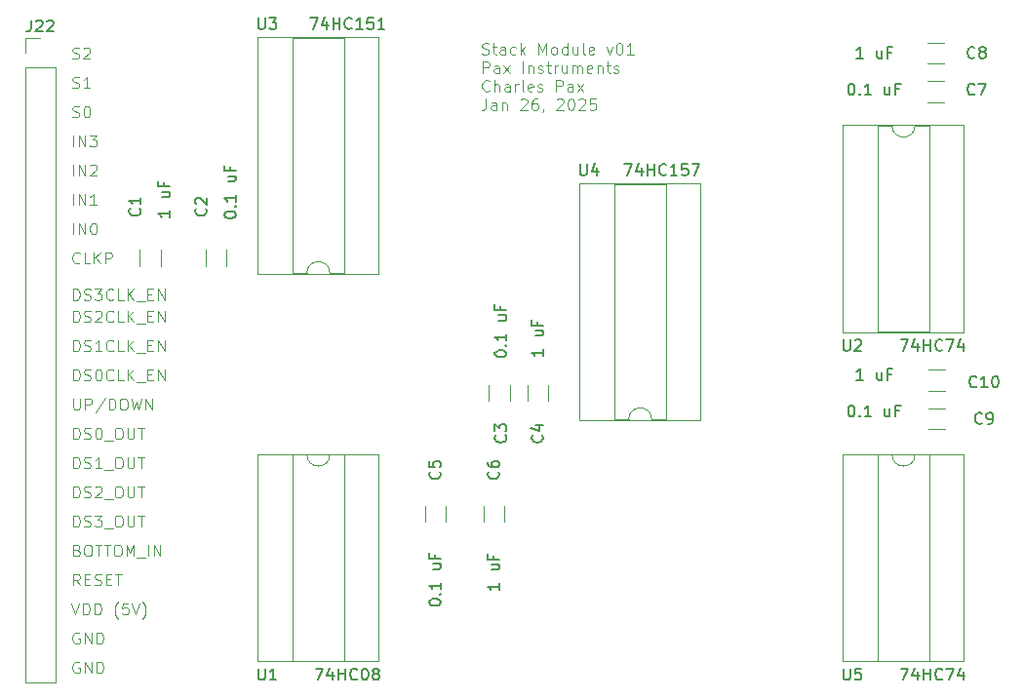
<source format=gto>
%TF.GenerationSoftware,KiCad,Pcbnew,8.0.8-unknown-202501220024~e4ff452ffb~ubuntu24.04.1*%
%TF.CreationDate,2025-01-26T15:18:26-05:00*%
%TF.ProjectId,stack module,73746163-6b20-46d6-9f64-756c652e6b69,v01*%
%TF.SameCoordinates,Original*%
%TF.FileFunction,Legend,Top*%
%TF.FilePolarity,Positive*%
%FSLAX46Y46*%
G04 Gerber Fmt 4.6, Leading zero omitted, Abs format (unit mm)*
G04 Created by KiCad (PCBNEW 8.0.8-unknown-202501220024~e4ff452ffb~ubuntu24.04.1) date 2025-01-26 15:18:26*
%MOMM*%
%LPD*%
G01*
G04 APERTURE LIST*
%ADD10C,0.100000*%
%ADD11C,0.150000*%
%ADD12C,0.120000*%
G04 APERTURE END LIST*
D10*
X91696265Y-41099800D02*
X91839122Y-41147419D01*
X91839122Y-41147419D02*
X92077217Y-41147419D01*
X92077217Y-41147419D02*
X92172455Y-41099800D01*
X92172455Y-41099800D02*
X92220074Y-41052180D01*
X92220074Y-41052180D02*
X92267693Y-40956942D01*
X92267693Y-40956942D02*
X92267693Y-40861704D01*
X92267693Y-40861704D02*
X92220074Y-40766466D01*
X92220074Y-40766466D02*
X92172455Y-40718847D01*
X92172455Y-40718847D02*
X92077217Y-40671228D01*
X92077217Y-40671228D02*
X91886741Y-40623609D01*
X91886741Y-40623609D02*
X91791503Y-40575990D01*
X91791503Y-40575990D02*
X91743884Y-40528371D01*
X91743884Y-40528371D02*
X91696265Y-40433133D01*
X91696265Y-40433133D02*
X91696265Y-40337895D01*
X91696265Y-40337895D02*
X91743884Y-40242657D01*
X91743884Y-40242657D02*
X91791503Y-40195038D01*
X91791503Y-40195038D02*
X91886741Y-40147419D01*
X91886741Y-40147419D02*
X92124836Y-40147419D01*
X92124836Y-40147419D02*
X92267693Y-40195038D01*
X92648646Y-40242657D02*
X92696265Y-40195038D01*
X92696265Y-40195038D02*
X92791503Y-40147419D01*
X92791503Y-40147419D02*
X93029598Y-40147419D01*
X93029598Y-40147419D02*
X93124836Y-40195038D01*
X93124836Y-40195038D02*
X93172455Y-40242657D01*
X93172455Y-40242657D02*
X93220074Y-40337895D01*
X93220074Y-40337895D02*
X93220074Y-40433133D01*
X93220074Y-40433133D02*
X93172455Y-40575990D01*
X93172455Y-40575990D02*
X92601027Y-41147419D01*
X92601027Y-41147419D02*
X93220074Y-41147419D01*
X91743884Y-51307419D02*
X91743884Y-50307419D01*
X92220074Y-51307419D02*
X92220074Y-50307419D01*
X92220074Y-50307419D02*
X92791502Y-51307419D01*
X92791502Y-51307419D02*
X92791502Y-50307419D01*
X93220074Y-50402657D02*
X93267693Y-50355038D01*
X93267693Y-50355038D02*
X93362931Y-50307419D01*
X93362931Y-50307419D02*
X93601026Y-50307419D01*
X93601026Y-50307419D02*
X93696264Y-50355038D01*
X93696264Y-50355038D02*
X93743883Y-50402657D01*
X93743883Y-50402657D02*
X93791502Y-50497895D01*
X93791502Y-50497895D02*
X93791502Y-50593133D01*
X93791502Y-50593133D02*
X93743883Y-50735990D01*
X93743883Y-50735990D02*
X93172455Y-51307419D01*
X93172455Y-51307419D02*
X93791502Y-51307419D01*
X92077217Y-83803609D02*
X92220074Y-83851228D01*
X92220074Y-83851228D02*
X92267693Y-83898847D01*
X92267693Y-83898847D02*
X92315312Y-83994085D01*
X92315312Y-83994085D02*
X92315312Y-84136942D01*
X92315312Y-84136942D02*
X92267693Y-84232180D01*
X92267693Y-84232180D02*
X92220074Y-84279800D01*
X92220074Y-84279800D02*
X92124836Y-84327419D01*
X92124836Y-84327419D02*
X91743884Y-84327419D01*
X91743884Y-84327419D02*
X91743884Y-83327419D01*
X91743884Y-83327419D02*
X92077217Y-83327419D01*
X92077217Y-83327419D02*
X92172455Y-83375038D01*
X92172455Y-83375038D02*
X92220074Y-83422657D01*
X92220074Y-83422657D02*
X92267693Y-83517895D01*
X92267693Y-83517895D02*
X92267693Y-83613133D01*
X92267693Y-83613133D02*
X92220074Y-83708371D01*
X92220074Y-83708371D02*
X92172455Y-83755990D01*
X92172455Y-83755990D02*
X92077217Y-83803609D01*
X92077217Y-83803609D02*
X91743884Y-83803609D01*
X92934360Y-83327419D02*
X93124836Y-83327419D01*
X93124836Y-83327419D02*
X93220074Y-83375038D01*
X93220074Y-83375038D02*
X93315312Y-83470276D01*
X93315312Y-83470276D02*
X93362931Y-83660752D01*
X93362931Y-83660752D02*
X93362931Y-83994085D01*
X93362931Y-83994085D02*
X93315312Y-84184561D01*
X93315312Y-84184561D02*
X93220074Y-84279800D01*
X93220074Y-84279800D02*
X93124836Y-84327419D01*
X93124836Y-84327419D02*
X92934360Y-84327419D01*
X92934360Y-84327419D02*
X92839122Y-84279800D01*
X92839122Y-84279800D02*
X92743884Y-84184561D01*
X92743884Y-84184561D02*
X92696265Y-83994085D01*
X92696265Y-83994085D02*
X92696265Y-83660752D01*
X92696265Y-83660752D02*
X92743884Y-83470276D01*
X92743884Y-83470276D02*
X92839122Y-83375038D01*
X92839122Y-83375038D02*
X92934360Y-83327419D01*
X93648646Y-83327419D02*
X94220074Y-83327419D01*
X93934360Y-84327419D02*
X93934360Y-83327419D01*
X94410551Y-83327419D02*
X94981979Y-83327419D01*
X94696265Y-84327419D02*
X94696265Y-83327419D01*
X95505789Y-83327419D02*
X95696265Y-83327419D01*
X95696265Y-83327419D02*
X95791503Y-83375038D01*
X95791503Y-83375038D02*
X95886741Y-83470276D01*
X95886741Y-83470276D02*
X95934360Y-83660752D01*
X95934360Y-83660752D02*
X95934360Y-83994085D01*
X95934360Y-83994085D02*
X95886741Y-84184561D01*
X95886741Y-84184561D02*
X95791503Y-84279800D01*
X95791503Y-84279800D02*
X95696265Y-84327419D01*
X95696265Y-84327419D02*
X95505789Y-84327419D01*
X95505789Y-84327419D02*
X95410551Y-84279800D01*
X95410551Y-84279800D02*
X95315313Y-84184561D01*
X95315313Y-84184561D02*
X95267694Y-83994085D01*
X95267694Y-83994085D02*
X95267694Y-83660752D01*
X95267694Y-83660752D02*
X95315313Y-83470276D01*
X95315313Y-83470276D02*
X95410551Y-83375038D01*
X95410551Y-83375038D02*
X95505789Y-83327419D01*
X96362932Y-84327419D02*
X96362932Y-83327419D01*
X96362932Y-83327419D02*
X96696265Y-84041704D01*
X96696265Y-84041704D02*
X97029598Y-83327419D01*
X97029598Y-83327419D02*
X97029598Y-84327419D01*
X97267694Y-84422657D02*
X98029598Y-84422657D01*
X98267694Y-84327419D02*
X98267694Y-83327419D01*
X98743884Y-84327419D02*
X98743884Y-83327419D01*
X98743884Y-83327419D02*
X99315312Y-84327419D01*
X99315312Y-84327419D02*
X99315312Y-83327419D01*
X92315312Y-58832180D02*
X92267693Y-58879800D01*
X92267693Y-58879800D02*
X92124836Y-58927419D01*
X92124836Y-58927419D02*
X92029598Y-58927419D01*
X92029598Y-58927419D02*
X91886741Y-58879800D01*
X91886741Y-58879800D02*
X91791503Y-58784561D01*
X91791503Y-58784561D02*
X91743884Y-58689323D01*
X91743884Y-58689323D02*
X91696265Y-58498847D01*
X91696265Y-58498847D02*
X91696265Y-58355990D01*
X91696265Y-58355990D02*
X91743884Y-58165514D01*
X91743884Y-58165514D02*
X91791503Y-58070276D01*
X91791503Y-58070276D02*
X91886741Y-57975038D01*
X91886741Y-57975038D02*
X92029598Y-57927419D01*
X92029598Y-57927419D02*
X92124836Y-57927419D01*
X92124836Y-57927419D02*
X92267693Y-57975038D01*
X92267693Y-57975038D02*
X92315312Y-58022657D01*
X93220074Y-58927419D02*
X92743884Y-58927419D01*
X92743884Y-58927419D02*
X92743884Y-57927419D01*
X93553408Y-58927419D02*
X93553408Y-57927419D01*
X94124836Y-58927419D02*
X93696265Y-58355990D01*
X94124836Y-57927419D02*
X93553408Y-58498847D01*
X94553408Y-58927419D02*
X94553408Y-57927419D01*
X94553408Y-57927419D02*
X94934360Y-57927419D01*
X94934360Y-57927419D02*
X95029598Y-57975038D01*
X95029598Y-57975038D02*
X95077217Y-58022657D01*
X95077217Y-58022657D02*
X95124836Y-58117895D01*
X95124836Y-58117895D02*
X95124836Y-58260752D01*
X95124836Y-58260752D02*
X95077217Y-58355990D01*
X95077217Y-58355990D02*
X95029598Y-58403609D01*
X95029598Y-58403609D02*
X94934360Y-58451228D01*
X94934360Y-58451228D02*
X94553408Y-58451228D01*
X91743884Y-81787419D02*
X91743884Y-80787419D01*
X91743884Y-80787419D02*
X91981979Y-80787419D01*
X91981979Y-80787419D02*
X92124836Y-80835038D01*
X92124836Y-80835038D02*
X92220074Y-80930276D01*
X92220074Y-80930276D02*
X92267693Y-81025514D01*
X92267693Y-81025514D02*
X92315312Y-81215990D01*
X92315312Y-81215990D02*
X92315312Y-81358847D01*
X92315312Y-81358847D02*
X92267693Y-81549323D01*
X92267693Y-81549323D02*
X92220074Y-81644561D01*
X92220074Y-81644561D02*
X92124836Y-81739800D01*
X92124836Y-81739800D02*
X91981979Y-81787419D01*
X91981979Y-81787419D02*
X91743884Y-81787419D01*
X92696265Y-81739800D02*
X92839122Y-81787419D01*
X92839122Y-81787419D02*
X93077217Y-81787419D01*
X93077217Y-81787419D02*
X93172455Y-81739800D01*
X93172455Y-81739800D02*
X93220074Y-81692180D01*
X93220074Y-81692180D02*
X93267693Y-81596942D01*
X93267693Y-81596942D02*
X93267693Y-81501704D01*
X93267693Y-81501704D02*
X93220074Y-81406466D01*
X93220074Y-81406466D02*
X93172455Y-81358847D01*
X93172455Y-81358847D02*
X93077217Y-81311228D01*
X93077217Y-81311228D02*
X92886741Y-81263609D01*
X92886741Y-81263609D02*
X92791503Y-81215990D01*
X92791503Y-81215990D02*
X92743884Y-81168371D01*
X92743884Y-81168371D02*
X92696265Y-81073133D01*
X92696265Y-81073133D02*
X92696265Y-80977895D01*
X92696265Y-80977895D02*
X92743884Y-80882657D01*
X92743884Y-80882657D02*
X92791503Y-80835038D01*
X92791503Y-80835038D02*
X92886741Y-80787419D01*
X92886741Y-80787419D02*
X93124836Y-80787419D01*
X93124836Y-80787419D02*
X93267693Y-80835038D01*
X93601027Y-80787419D02*
X94220074Y-80787419D01*
X94220074Y-80787419D02*
X93886741Y-81168371D01*
X93886741Y-81168371D02*
X94029598Y-81168371D01*
X94029598Y-81168371D02*
X94124836Y-81215990D01*
X94124836Y-81215990D02*
X94172455Y-81263609D01*
X94172455Y-81263609D02*
X94220074Y-81358847D01*
X94220074Y-81358847D02*
X94220074Y-81596942D01*
X94220074Y-81596942D02*
X94172455Y-81692180D01*
X94172455Y-81692180D02*
X94124836Y-81739800D01*
X94124836Y-81739800D02*
X94029598Y-81787419D01*
X94029598Y-81787419D02*
X93743884Y-81787419D01*
X93743884Y-81787419D02*
X93648646Y-81739800D01*
X93648646Y-81739800D02*
X93601027Y-81692180D01*
X94410551Y-81882657D02*
X95172455Y-81882657D01*
X95601027Y-80787419D02*
X95791503Y-80787419D01*
X95791503Y-80787419D02*
X95886741Y-80835038D01*
X95886741Y-80835038D02*
X95981979Y-80930276D01*
X95981979Y-80930276D02*
X96029598Y-81120752D01*
X96029598Y-81120752D02*
X96029598Y-81454085D01*
X96029598Y-81454085D02*
X95981979Y-81644561D01*
X95981979Y-81644561D02*
X95886741Y-81739800D01*
X95886741Y-81739800D02*
X95791503Y-81787419D01*
X95791503Y-81787419D02*
X95601027Y-81787419D01*
X95601027Y-81787419D02*
X95505789Y-81739800D01*
X95505789Y-81739800D02*
X95410551Y-81644561D01*
X95410551Y-81644561D02*
X95362932Y-81454085D01*
X95362932Y-81454085D02*
X95362932Y-81120752D01*
X95362932Y-81120752D02*
X95410551Y-80930276D01*
X95410551Y-80930276D02*
X95505789Y-80835038D01*
X95505789Y-80835038D02*
X95601027Y-80787419D01*
X96458170Y-80787419D02*
X96458170Y-81596942D01*
X96458170Y-81596942D02*
X96505789Y-81692180D01*
X96505789Y-81692180D02*
X96553408Y-81739800D01*
X96553408Y-81739800D02*
X96648646Y-81787419D01*
X96648646Y-81787419D02*
X96839122Y-81787419D01*
X96839122Y-81787419D02*
X96934360Y-81739800D01*
X96934360Y-81739800D02*
X96981979Y-81692180D01*
X96981979Y-81692180D02*
X97029598Y-81596942D01*
X97029598Y-81596942D02*
X97029598Y-80787419D01*
X97362932Y-80787419D02*
X97934360Y-80787419D01*
X97648646Y-81787419D02*
X97648646Y-80787419D01*
X91743884Y-74167419D02*
X91743884Y-73167419D01*
X91743884Y-73167419D02*
X91981979Y-73167419D01*
X91981979Y-73167419D02*
X92124836Y-73215038D01*
X92124836Y-73215038D02*
X92220074Y-73310276D01*
X92220074Y-73310276D02*
X92267693Y-73405514D01*
X92267693Y-73405514D02*
X92315312Y-73595990D01*
X92315312Y-73595990D02*
X92315312Y-73738847D01*
X92315312Y-73738847D02*
X92267693Y-73929323D01*
X92267693Y-73929323D02*
X92220074Y-74024561D01*
X92220074Y-74024561D02*
X92124836Y-74119800D01*
X92124836Y-74119800D02*
X91981979Y-74167419D01*
X91981979Y-74167419D02*
X91743884Y-74167419D01*
X92696265Y-74119800D02*
X92839122Y-74167419D01*
X92839122Y-74167419D02*
X93077217Y-74167419D01*
X93077217Y-74167419D02*
X93172455Y-74119800D01*
X93172455Y-74119800D02*
X93220074Y-74072180D01*
X93220074Y-74072180D02*
X93267693Y-73976942D01*
X93267693Y-73976942D02*
X93267693Y-73881704D01*
X93267693Y-73881704D02*
X93220074Y-73786466D01*
X93220074Y-73786466D02*
X93172455Y-73738847D01*
X93172455Y-73738847D02*
X93077217Y-73691228D01*
X93077217Y-73691228D02*
X92886741Y-73643609D01*
X92886741Y-73643609D02*
X92791503Y-73595990D01*
X92791503Y-73595990D02*
X92743884Y-73548371D01*
X92743884Y-73548371D02*
X92696265Y-73453133D01*
X92696265Y-73453133D02*
X92696265Y-73357895D01*
X92696265Y-73357895D02*
X92743884Y-73262657D01*
X92743884Y-73262657D02*
X92791503Y-73215038D01*
X92791503Y-73215038D02*
X92886741Y-73167419D01*
X92886741Y-73167419D02*
X93124836Y-73167419D01*
X93124836Y-73167419D02*
X93267693Y-73215038D01*
X93886741Y-73167419D02*
X93981979Y-73167419D01*
X93981979Y-73167419D02*
X94077217Y-73215038D01*
X94077217Y-73215038D02*
X94124836Y-73262657D01*
X94124836Y-73262657D02*
X94172455Y-73357895D01*
X94172455Y-73357895D02*
X94220074Y-73548371D01*
X94220074Y-73548371D02*
X94220074Y-73786466D01*
X94220074Y-73786466D02*
X94172455Y-73976942D01*
X94172455Y-73976942D02*
X94124836Y-74072180D01*
X94124836Y-74072180D02*
X94077217Y-74119800D01*
X94077217Y-74119800D02*
X93981979Y-74167419D01*
X93981979Y-74167419D02*
X93886741Y-74167419D01*
X93886741Y-74167419D02*
X93791503Y-74119800D01*
X93791503Y-74119800D02*
X93743884Y-74072180D01*
X93743884Y-74072180D02*
X93696265Y-73976942D01*
X93696265Y-73976942D02*
X93648646Y-73786466D01*
X93648646Y-73786466D02*
X93648646Y-73548371D01*
X93648646Y-73548371D02*
X93696265Y-73357895D01*
X93696265Y-73357895D02*
X93743884Y-73262657D01*
X93743884Y-73262657D02*
X93791503Y-73215038D01*
X93791503Y-73215038D02*
X93886741Y-73167419D01*
X94410551Y-74262657D02*
X95172455Y-74262657D01*
X95601027Y-73167419D02*
X95791503Y-73167419D01*
X95791503Y-73167419D02*
X95886741Y-73215038D01*
X95886741Y-73215038D02*
X95981979Y-73310276D01*
X95981979Y-73310276D02*
X96029598Y-73500752D01*
X96029598Y-73500752D02*
X96029598Y-73834085D01*
X96029598Y-73834085D02*
X95981979Y-74024561D01*
X95981979Y-74024561D02*
X95886741Y-74119800D01*
X95886741Y-74119800D02*
X95791503Y-74167419D01*
X95791503Y-74167419D02*
X95601027Y-74167419D01*
X95601027Y-74167419D02*
X95505789Y-74119800D01*
X95505789Y-74119800D02*
X95410551Y-74024561D01*
X95410551Y-74024561D02*
X95362932Y-73834085D01*
X95362932Y-73834085D02*
X95362932Y-73500752D01*
X95362932Y-73500752D02*
X95410551Y-73310276D01*
X95410551Y-73310276D02*
X95505789Y-73215038D01*
X95505789Y-73215038D02*
X95601027Y-73167419D01*
X96458170Y-73167419D02*
X96458170Y-73976942D01*
X96458170Y-73976942D02*
X96505789Y-74072180D01*
X96505789Y-74072180D02*
X96553408Y-74119800D01*
X96553408Y-74119800D02*
X96648646Y-74167419D01*
X96648646Y-74167419D02*
X96839122Y-74167419D01*
X96839122Y-74167419D02*
X96934360Y-74119800D01*
X96934360Y-74119800D02*
X96981979Y-74072180D01*
X96981979Y-74072180D02*
X97029598Y-73976942D01*
X97029598Y-73976942D02*
X97029598Y-73167419D01*
X97362932Y-73167419D02*
X97934360Y-73167419D01*
X97648646Y-74167419D02*
X97648646Y-73167419D01*
X91743884Y-76707419D02*
X91743884Y-75707419D01*
X91743884Y-75707419D02*
X91981979Y-75707419D01*
X91981979Y-75707419D02*
X92124836Y-75755038D01*
X92124836Y-75755038D02*
X92220074Y-75850276D01*
X92220074Y-75850276D02*
X92267693Y-75945514D01*
X92267693Y-75945514D02*
X92315312Y-76135990D01*
X92315312Y-76135990D02*
X92315312Y-76278847D01*
X92315312Y-76278847D02*
X92267693Y-76469323D01*
X92267693Y-76469323D02*
X92220074Y-76564561D01*
X92220074Y-76564561D02*
X92124836Y-76659800D01*
X92124836Y-76659800D02*
X91981979Y-76707419D01*
X91981979Y-76707419D02*
X91743884Y-76707419D01*
X92696265Y-76659800D02*
X92839122Y-76707419D01*
X92839122Y-76707419D02*
X93077217Y-76707419D01*
X93077217Y-76707419D02*
X93172455Y-76659800D01*
X93172455Y-76659800D02*
X93220074Y-76612180D01*
X93220074Y-76612180D02*
X93267693Y-76516942D01*
X93267693Y-76516942D02*
X93267693Y-76421704D01*
X93267693Y-76421704D02*
X93220074Y-76326466D01*
X93220074Y-76326466D02*
X93172455Y-76278847D01*
X93172455Y-76278847D02*
X93077217Y-76231228D01*
X93077217Y-76231228D02*
X92886741Y-76183609D01*
X92886741Y-76183609D02*
X92791503Y-76135990D01*
X92791503Y-76135990D02*
X92743884Y-76088371D01*
X92743884Y-76088371D02*
X92696265Y-75993133D01*
X92696265Y-75993133D02*
X92696265Y-75897895D01*
X92696265Y-75897895D02*
X92743884Y-75802657D01*
X92743884Y-75802657D02*
X92791503Y-75755038D01*
X92791503Y-75755038D02*
X92886741Y-75707419D01*
X92886741Y-75707419D02*
X93124836Y-75707419D01*
X93124836Y-75707419D02*
X93267693Y-75755038D01*
X94220074Y-76707419D02*
X93648646Y-76707419D01*
X93934360Y-76707419D02*
X93934360Y-75707419D01*
X93934360Y-75707419D02*
X93839122Y-75850276D01*
X93839122Y-75850276D02*
X93743884Y-75945514D01*
X93743884Y-75945514D02*
X93648646Y-75993133D01*
X94410551Y-76802657D02*
X95172455Y-76802657D01*
X95601027Y-75707419D02*
X95791503Y-75707419D01*
X95791503Y-75707419D02*
X95886741Y-75755038D01*
X95886741Y-75755038D02*
X95981979Y-75850276D01*
X95981979Y-75850276D02*
X96029598Y-76040752D01*
X96029598Y-76040752D02*
X96029598Y-76374085D01*
X96029598Y-76374085D02*
X95981979Y-76564561D01*
X95981979Y-76564561D02*
X95886741Y-76659800D01*
X95886741Y-76659800D02*
X95791503Y-76707419D01*
X95791503Y-76707419D02*
X95601027Y-76707419D01*
X95601027Y-76707419D02*
X95505789Y-76659800D01*
X95505789Y-76659800D02*
X95410551Y-76564561D01*
X95410551Y-76564561D02*
X95362932Y-76374085D01*
X95362932Y-76374085D02*
X95362932Y-76040752D01*
X95362932Y-76040752D02*
X95410551Y-75850276D01*
X95410551Y-75850276D02*
X95505789Y-75755038D01*
X95505789Y-75755038D02*
X95601027Y-75707419D01*
X96458170Y-75707419D02*
X96458170Y-76516942D01*
X96458170Y-76516942D02*
X96505789Y-76612180D01*
X96505789Y-76612180D02*
X96553408Y-76659800D01*
X96553408Y-76659800D02*
X96648646Y-76707419D01*
X96648646Y-76707419D02*
X96839122Y-76707419D01*
X96839122Y-76707419D02*
X96934360Y-76659800D01*
X96934360Y-76659800D02*
X96981979Y-76612180D01*
X96981979Y-76612180D02*
X97029598Y-76516942D01*
X97029598Y-76516942D02*
X97029598Y-75707419D01*
X97362932Y-75707419D02*
X97934360Y-75707419D01*
X97648646Y-76707419D02*
X97648646Y-75707419D01*
X92315312Y-86867419D02*
X91981979Y-86391228D01*
X91743884Y-86867419D02*
X91743884Y-85867419D01*
X91743884Y-85867419D02*
X92124836Y-85867419D01*
X92124836Y-85867419D02*
X92220074Y-85915038D01*
X92220074Y-85915038D02*
X92267693Y-85962657D01*
X92267693Y-85962657D02*
X92315312Y-86057895D01*
X92315312Y-86057895D02*
X92315312Y-86200752D01*
X92315312Y-86200752D02*
X92267693Y-86295990D01*
X92267693Y-86295990D02*
X92220074Y-86343609D01*
X92220074Y-86343609D02*
X92124836Y-86391228D01*
X92124836Y-86391228D02*
X91743884Y-86391228D01*
X92743884Y-86343609D02*
X93077217Y-86343609D01*
X93220074Y-86867419D02*
X92743884Y-86867419D01*
X92743884Y-86867419D02*
X92743884Y-85867419D01*
X92743884Y-85867419D02*
X93220074Y-85867419D01*
X93601027Y-86819800D02*
X93743884Y-86867419D01*
X93743884Y-86867419D02*
X93981979Y-86867419D01*
X93981979Y-86867419D02*
X94077217Y-86819800D01*
X94077217Y-86819800D02*
X94124836Y-86772180D01*
X94124836Y-86772180D02*
X94172455Y-86676942D01*
X94172455Y-86676942D02*
X94172455Y-86581704D01*
X94172455Y-86581704D02*
X94124836Y-86486466D01*
X94124836Y-86486466D02*
X94077217Y-86438847D01*
X94077217Y-86438847D02*
X93981979Y-86391228D01*
X93981979Y-86391228D02*
X93791503Y-86343609D01*
X93791503Y-86343609D02*
X93696265Y-86295990D01*
X93696265Y-86295990D02*
X93648646Y-86248371D01*
X93648646Y-86248371D02*
X93601027Y-86153133D01*
X93601027Y-86153133D02*
X93601027Y-86057895D01*
X93601027Y-86057895D02*
X93648646Y-85962657D01*
X93648646Y-85962657D02*
X93696265Y-85915038D01*
X93696265Y-85915038D02*
X93791503Y-85867419D01*
X93791503Y-85867419D02*
X94029598Y-85867419D01*
X94029598Y-85867419D02*
X94172455Y-85915038D01*
X94601027Y-86343609D02*
X94934360Y-86343609D01*
X95077217Y-86867419D02*
X94601027Y-86867419D01*
X94601027Y-86867419D02*
X94601027Y-85867419D01*
X94601027Y-85867419D02*
X95077217Y-85867419D01*
X95362932Y-85867419D02*
X95934360Y-85867419D01*
X95648646Y-86867419D02*
X95648646Y-85867419D01*
X91743884Y-70627419D02*
X91743884Y-71436942D01*
X91743884Y-71436942D02*
X91791503Y-71532180D01*
X91791503Y-71532180D02*
X91839122Y-71579800D01*
X91839122Y-71579800D02*
X91934360Y-71627419D01*
X91934360Y-71627419D02*
X92124836Y-71627419D01*
X92124836Y-71627419D02*
X92220074Y-71579800D01*
X92220074Y-71579800D02*
X92267693Y-71532180D01*
X92267693Y-71532180D02*
X92315312Y-71436942D01*
X92315312Y-71436942D02*
X92315312Y-70627419D01*
X92791503Y-71627419D02*
X92791503Y-70627419D01*
X92791503Y-70627419D02*
X93172455Y-70627419D01*
X93172455Y-70627419D02*
X93267693Y-70675038D01*
X93267693Y-70675038D02*
X93315312Y-70722657D01*
X93315312Y-70722657D02*
X93362931Y-70817895D01*
X93362931Y-70817895D02*
X93362931Y-70960752D01*
X93362931Y-70960752D02*
X93315312Y-71055990D01*
X93315312Y-71055990D02*
X93267693Y-71103609D01*
X93267693Y-71103609D02*
X93172455Y-71151228D01*
X93172455Y-71151228D02*
X92791503Y-71151228D01*
X94505788Y-70579800D02*
X93648646Y-71865514D01*
X94839122Y-71627419D02*
X94839122Y-70627419D01*
X94839122Y-70627419D02*
X95077217Y-70627419D01*
X95077217Y-70627419D02*
X95220074Y-70675038D01*
X95220074Y-70675038D02*
X95315312Y-70770276D01*
X95315312Y-70770276D02*
X95362931Y-70865514D01*
X95362931Y-70865514D02*
X95410550Y-71055990D01*
X95410550Y-71055990D02*
X95410550Y-71198847D01*
X95410550Y-71198847D02*
X95362931Y-71389323D01*
X95362931Y-71389323D02*
X95315312Y-71484561D01*
X95315312Y-71484561D02*
X95220074Y-71579800D01*
X95220074Y-71579800D02*
X95077217Y-71627419D01*
X95077217Y-71627419D02*
X94839122Y-71627419D01*
X96029598Y-70627419D02*
X96220074Y-70627419D01*
X96220074Y-70627419D02*
X96315312Y-70675038D01*
X96315312Y-70675038D02*
X96410550Y-70770276D01*
X96410550Y-70770276D02*
X96458169Y-70960752D01*
X96458169Y-70960752D02*
X96458169Y-71294085D01*
X96458169Y-71294085D02*
X96410550Y-71484561D01*
X96410550Y-71484561D02*
X96315312Y-71579800D01*
X96315312Y-71579800D02*
X96220074Y-71627419D01*
X96220074Y-71627419D02*
X96029598Y-71627419D01*
X96029598Y-71627419D02*
X95934360Y-71579800D01*
X95934360Y-71579800D02*
X95839122Y-71484561D01*
X95839122Y-71484561D02*
X95791503Y-71294085D01*
X95791503Y-71294085D02*
X95791503Y-70960752D01*
X95791503Y-70960752D02*
X95839122Y-70770276D01*
X95839122Y-70770276D02*
X95934360Y-70675038D01*
X95934360Y-70675038D02*
X96029598Y-70627419D01*
X96791503Y-70627419D02*
X97029598Y-71627419D01*
X97029598Y-71627419D02*
X97220074Y-70913133D01*
X97220074Y-70913133D02*
X97410550Y-71627419D01*
X97410550Y-71627419D02*
X97648646Y-70627419D01*
X98029598Y-71627419D02*
X98029598Y-70627419D01*
X98029598Y-70627419D02*
X98601026Y-71627419D01*
X98601026Y-71627419D02*
X98601026Y-70627419D01*
X91743884Y-53847419D02*
X91743884Y-52847419D01*
X92220074Y-53847419D02*
X92220074Y-52847419D01*
X92220074Y-52847419D02*
X92791502Y-53847419D01*
X92791502Y-53847419D02*
X92791502Y-52847419D01*
X93791502Y-53847419D02*
X93220074Y-53847419D01*
X93505788Y-53847419D02*
X93505788Y-52847419D01*
X93505788Y-52847419D02*
X93410550Y-52990276D01*
X93410550Y-52990276D02*
X93315312Y-53085514D01*
X93315312Y-53085514D02*
X93220074Y-53133133D01*
X92267693Y-90995038D02*
X92172455Y-90947419D01*
X92172455Y-90947419D02*
X92029598Y-90947419D01*
X92029598Y-90947419D02*
X91886741Y-90995038D01*
X91886741Y-90995038D02*
X91791503Y-91090276D01*
X91791503Y-91090276D02*
X91743884Y-91185514D01*
X91743884Y-91185514D02*
X91696265Y-91375990D01*
X91696265Y-91375990D02*
X91696265Y-91518847D01*
X91696265Y-91518847D02*
X91743884Y-91709323D01*
X91743884Y-91709323D02*
X91791503Y-91804561D01*
X91791503Y-91804561D02*
X91886741Y-91899800D01*
X91886741Y-91899800D02*
X92029598Y-91947419D01*
X92029598Y-91947419D02*
X92124836Y-91947419D01*
X92124836Y-91947419D02*
X92267693Y-91899800D01*
X92267693Y-91899800D02*
X92315312Y-91852180D01*
X92315312Y-91852180D02*
X92315312Y-91518847D01*
X92315312Y-91518847D02*
X92124836Y-91518847D01*
X92743884Y-91947419D02*
X92743884Y-90947419D01*
X92743884Y-90947419D02*
X93315312Y-91947419D01*
X93315312Y-91947419D02*
X93315312Y-90947419D01*
X93791503Y-91947419D02*
X93791503Y-90947419D01*
X93791503Y-90947419D02*
X94029598Y-90947419D01*
X94029598Y-90947419D02*
X94172455Y-90995038D01*
X94172455Y-90995038D02*
X94267693Y-91090276D01*
X94267693Y-91090276D02*
X94315312Y-91185514D01*
X94315312Y-91185514D02*
X94362931Y-91375990D01*
X94362931Y-91375990D02*
X94362931Y-91518847D01*
X94362931Y-91518847D02*
X94315312Y-91709323D01*
X94315312Y-91709323D02*
X94267693Y-91804561D01*
X94267693Y-91804561D02*
X94172455Y-91899800D01*
X94172455Y-91899800D02*
X94029598Y-91947419D01*
X94029598Y-91947419D02*
X93791503Y-91947419D01*
X91743884Y-48767419D02*
X91743884Y-47767419D01*
X92220074Y-48767419D02*
X92220074Y-47767419D01*
X92220074Y-47767419D02*
X92791502Y-48767419D01*
X92791502Y-48767419D02*
X92791502Y-47767419D01*
X93172455Y-47767419D02*
X93791502Y-47767419D01*
X93791502Y-47767419D02*
X93458169Y-48148371D01*
X93458169Y-48148371D02*
X93601026Y-48148371D01*
X93601026Y-48148371D02*
X93696264Y-48195990D01*
X93696264Y-48195990D02*
X93743883Y-48243609D01*
X93743883Y-48243609D02*
X93791502Y-48338847D01*
X93791502Y-48338847D02*
X93791502Y-48576942D01*
X93791502Y-48576942D02*
X93743883Y-48672180D01*
X93743883Y-48672180D02*
X93696264Y-48719800D01*
X93696264Y-48719800D02*
X93601026Y-48767419D01*
X93601026Y-48767419D02*
X93315312Y-48767419D01*
X93315312Y-48767419D02*
X93220074Y-48719800D01*
X93220074Y-48719800D02*
X93172455Y-48672180D01*
X91743884Y-56387419D02*
X91743884Y-55387419D01*
X92220074Y-56387419D02*
X92220074Y-55387419D01*
X92220074Y-55387419D02*
X92791502Y-56387419D01*
X92791502Y-56387419D02*
X92791502Y-55387419D01*
X93458169Y-55387419D02*
X93553407Y-55387419D01*
X93553407Y-55387419D02*
X93648645Y-55435038D01*
X93648645Y-55435038D02*
X93696264Y-55482657D01*
X93696264Y-55482657D02*
X93743883Y-55577895D01*
X93743883Y-55577895D02*
X93791502Y-55768371D01*
X93791502Y-55768371D02*
X93791502Y-56006466D01*
X93791502Y-56006466D02*
X93743883Y-56196942D01*
X93743883Y-56196942D02*
X93696264Y-56292180D01*
X93696264Y-56292180D02*
X93648645Y-56339800D01*
X93648645Y-56339800D02*
X93553407Y-56387419D01*
X93553407Y-56387419D02*
X93458169Y-56387419D01*
X93458169Y-56387419D02*
X93362931Y-56339800D01*
X93362931Y-56339800D02*
X93315312Y-56292180D01*
X93315312Y-56292180D02*
X93267693Y-56196942D01*
X93267693Y-56196942D02*
X93220074Y-56006466D01*
X93220074Y-56006466D02*
X93220074Y-55768371D01*
X93220074Y-55768371D02*
X93267693Y-55577895D01*
X93267693Y-55577895D02*
X93315312Y-55482657D01*
X93315312Y-55482657D02*
X93362931Y-55435038D01*
X93362931Y-55435038D02*
X93458169Y-55387419D01*
X92267693Y-93535038D02*
X92172455Y-93487419D01*
X92172455Y-93487419D02*
X92029598Y-93487419D01*
X92029598Y-93487419D02*
X91886741Y-93535038D01*
X91886741Y-93535038D02*
X91791503Y-93630276D01*
X91791503Y-93630276D02*
X91743884Y-93725514D01*
X91743884Y-93725514D02*
X91696265Y-93915990D01*
X91696265Y-93915990D02*
X91696265Y-94058847D01*
X91696265Y-94058847D02*
X91743884Y-94249323D01*
X91743884Y-94249323D02*
X91791503Y-94344561D01*
X91791503Y-94344561D02*
X91886741Y-94439800D01*
X91886741Y-94439800D02*
X92029598Y-94487419D01*
X92029598Y-94487419D02*
X92124836Y-94487419D01*
X92124836Y-94487419D02*
X92267693Y-94439800D01*
X92267693Y-94439800D02*
X92315312Y-94392180D01*
X92315312Y-94392180D02*
X92315312Y-94058847D01*
X92315312Y-94058847D02*
X92124836Y-94058847D01*
X92743884Y-94487419D02*
X92743884Y-93487419D01*
X92743884Y-93487419D02*
X93315312Y-94487419D01*
X93315312Y-94487419D02*
X93315312Y-93487419D01*
X93791503Y-94487419D02*
X93791503Y-93487419D01*
X93791503Y-93487419D02*
X94029598Y-93487419D01*
X94029598Y-93487419D02*
X94172455Y-93535038D01*
X94172455Y-93535038D02*
X94267693Y-93630276D01*
X94267693Y-93630276D02*
X94315312Y-93725514D01*
X94315312Y-93725514D02*
X94362931Y-93915990D01*
X94362931Y-93915990D02*
X94362931Y-94058847D01*
X94362931Y-94058847D02*
X94315312Y-94249323D01*
X94315312Y-94249323D02*
X94267693Y-94344561D01*
X94267693Y-94344561D02*
X94172455Y-94439800D01*
X94172455Y-94439800D02*
X94029598Y-94487419D01*
X94029598Y-94487419D02*
X93791503Y-94487419D01*
X91696265Y-43639800D02*
X91839122Y-43687419D01*
X91839122Y-43687419D02*
X92077217Y-43687419D01*
X92077217Y-43687419D02*
X92172455Y-43639800D01*
X92172455Y-43639800D02*
X92220074Y-43592180D01*
X92220074Y-43592180D02*
X92267693Y-43496942D01*
X92267693Y-43496942D02*
X92267693Y-43401704D01*
X92267693Y-43401704D02*
X92220074Y-43306466D01*
X92220074Y-43306466D02*
X92172455Y-43258847D01*
X92172455Y-43258847D02*
X92077217Y-43211228D01*
X92077217Y-43211228D02*
X91886741Y-43163609D01*
X91886741Y-43163609D02*
X91791503Y-43115990D01*
X91791503Y-43115990D02*
X91743884Y-43068371D01*
X91743884Y-43068371D02*
X91696265Y-42973133D01*
X91696265Y-42973133D02*
X91696265Y-42877895D01*
X91696265Y-42877895D02*
X91743884Y-42782657D01*
X91743884Y-42782657D02*
X91791503Y-42735038D01*
X91791503Y-42735038D02*
X91886741Y-42687419D01*
X91886741Y-42687419D02*
X92124836Y-42687419D01*
X92124836Y-42687419D02*
X92267693Y-42735038D01*
X93220074Y-43687419D02*
X92648646Y-43687419D01*
X92934360Y-43687419D02*
X92934360Y-42687419D01*
X92934360Y-42687419D02*
X92839122Y-42830276D01*
X92839122Y-42830276D02*
X92743884Y-42925514D01*
X92743884Y-42925514D02*
X92648646Y-42973133D01*
X127256265Y-40714968D02*
X127399122Y-40762587D01*
X127399122Y-40762587D02*
X127637217Y-40762587D01*
X127637217Y-40762587D02*
X127732455Y-40714968D01*
X127732455Y-40714968D02*
X127780074Y-40667348D01*
X127780074Y-40667348D02*
X127827693Y-40572110D01*
X127827693Y-40572110D02*
X127827693Y-40476872D01*
X127827693Y-40476872D02*
X127780074Y-40381634D01*
X127780074Y-40381634D02*
X127732455Y-40334015D01*
X127732455Y-40334015D02*
X127637217Y-40286396D01*
X127637217Y-40286396D02*
X127446741Y-40238777D01*
X127446741Y-40238777D02*
X127351503Y-40191158D01*
X127351503Y-40191158D02*
X127303884Y-40143539D01*
X127303884Y-40143539D02*
X127256265Y-40048301D01*
X127256265Y-40048301D02*
X127256265Y-39953063D01*
X127256265Y-39953063D02*
X127303884Y-39857825D01*
X127303884Y-39857825D02*
X127351503Y-39810206D01*
X127351503Y-39810206D02*
X127446741Y-39762587D01*
X127446741Y-39762587D02*
X127684836Y-39762587D01*
X127684836Y-39762587D02*
X127827693Y-39810206D01*
X128113408Y-40095920D02*
X128494360Y-40095920D01*
X128256265Y-39762587D02*
X128256265Y-40619729D01*
X128256265Y-40619729D02*
X128303884Y-40714968D01*
X128303884Y-40714968D02*
X128399122Y-40762587D01*
X128399122Y-40762587D02*
X128494360Y-40762587D01*
X129256265Y-40762587D02*
X129256265Y-40238777D01*
X129256265Y-40238777D02*
X129208646Y-40143539D01*
X129208646Y-40143539D02*
X129113408Y-40095920D01*
X129113408Y-40095920D02*
X128922932Y-40095920D01*
X128922932Y-40095920D02*
X128827694Y-40143539D01*
X129256265Y-40714968D02*
X129161027Y-40762587D01*
X129161027Y-40762587D02*
X128922932Y-40762587D01*
X128922932Y-40762587D02*
X128827694Y-40714968D01*
X128827694Y-40714968D02*
X128780075Y-40619729D01*
X128780075Y-40619729D02*
X128780075Y-40524491D01*
X128780075Y-40524491D02*
X128827694Y-40429253D01*
X128827694Y-40429253D02*
X128922932Y-40381634D01*
X128922932Y-40381634D02*
X129161027Y-40381634D01*
X129161027Y-40381634D02*
X129256265Y-40334015D01*
X130161027Y-40714968D02*
X130065789Y-40762587D01*
X130065789Y-40762587D02*
X129875313Y-40762587D01*
X129875313Y-40762587D02*
X129780075Y-40714968D01*
X129780075Y-40714968D02*
X129732456Y-40667348D01*
X129732456Y-40667348D02*
X129684837Y-40572110D01*
X129684837Y-40572110D02*
X129684837Y-40286396D01*
X129684837Y-40286396D02*
X129732456Y-40191158D01*
X129732456Y-40191158D02*
X129780075Y-40143539D01*
X129780075Y-40143539D02*
X129875313Y-40095920D01*
X129875313Y-40095920D02*
X130065789Y-40095920D01*
X130065789Y-40095920D02*
X130161027Y-40143539D01*
X130589599Y-40762587D02*
X130589599Y-39762587D01*
X130684837Y-40381634D02*
X130970551Y-40762587D01*
X130970551Y-40095920D02*
X130589599Y-40476872D01*
X132161028Y-40762587D02*
X132161028Y-39762587D01*
X132161028Y-39762587D02*
X132494361Y-40476872D01*
X132494361Y-40476872D02*
X132827694Y-39762587D01*
X132827694Y-39762587D02*
X132827694Y-40762587D01*
X133446742Y-40762587D02*
X133351504Y-40714968D01*
X133351504Y-40714968D02*
X133303885Y-40667348D01*
X133303885Y-40667348D02*
X133256266Y-40572110D01*
X133256266Y-40572110D02*
X133256266Y-40286396D01*
X133256266Y-40286396D02*
X133303885Y-40191158D01*
X133303885Y-40191158D02*
X133351504Y-40143539D01*
X133351504Y-40143539D02*
X133446742Y-40095920D01*
X133446742Y-40095920D02*
X133589599Y-40095920D01*
X133589599Y-40095920D02*
X133684837Y-40143539D01*
X133684837Y-40143539D02*
X133732456Y-40191158D01*
X133732456Y-40191158D02*
X133780075Y-40286396D01*
X133780075Y-40286396D02*
X133780075Y-40572110D01*
X133780075Y-40572110D02*
X133732456Y-40667348D01*
X133732456Y-40667348D02*
X133684837Y-40714968D01*
X133684837Y-40714968D02*
X133589599Y-40762587D01*
X133589599Y-40762587D02*
X133446742Y-40762587D01*
X134637218Y-40762587D02*
X134637218Y-39762587D01*
X134637218Y-40714968D02*
X134541980Y-40762587D01*
X134541980Y-40762587D02*
X134351504Y-40762587D01*
X134351504Y-40762587D02*
X134256266Y-40714968D01*
X134256266Y-40714968D02*
X134208647Y-40667348D01*
X134208647Y-40667348D02*
X134161028Y-40572110D01*
X134161028Y-40572110D02*
X134161028Y-40286396D01*
X134161028Y-40286396D02*
X134208647Y-40191158D01*
X134208647Y-40191158D02*
X134256266Y-40143539D01*
X134256266Y-40143539D02*
X134351504Y-40095920D01*
X134351504Y-40095920D02*
X134541980Y-40095920D01*
X134541980Y-40095920D02*
X134637218Y-40143539D01*
X135541980Y-40095920D02*
X135541980Y-40762587D01*
X135113409Y-40095920D02*
X135113409Y-40619729D01*
X135113409Y-40619729D02*
X135161028Y-40714968D01*
X135161028Y-40714968D02*
X135256266Y-40762587D01*
X135256266Y-40762587D02*
X135399123Y-40762587D01*
X135399123Y-40762587D02*
X135494361Y-40714968D01*
X135494361Y-40714968D02*
X135541980Y-40667348D01*
X136161028Y-40762587D02*
X136065790Y-40714968D01*
X136065790Y-40714968D02*
X136018171Y-40619729D01*
X136018171Y-40619729D02*
X136018171Y-39762587D01*
X136922933Y-40714968D02*
X136827695Y-40762587D01*
X136827695Y-40762587D02*
X136637219Y-40762587D01*
X136637219Y-40762587D02*
X136541981Y-40714968D01*
X136541981Y-40714968D02*
X136494362Y-40619729D01*
X136494362Y-40619729D02*
X136494362Y-40238777D01*
X136494362Y-40238777D02*
X136541981Y-40143539D01*
X136541981Y-40143539D02*
X136637219Y-40095920D01*
X136637219Y-40095920D02*
X136827695Y-40095920D01*
X136827695Y-40095920D02*
X136922933Y-40143539D01*
X136922933Y-40143539D02*
X136970552Y-40238777D01*
X136970552Y-40238777D02*
X136970552Y-40334015D01*
X136970552Y-40334015D02*
X136494362Y-40429253D01*
X138065791Y-40095920D02*
X138303886Y-40762587D01*
X138303886Y-40762587D02*
X138541981Y-40095920D01*
X139113410Y-39762587D02*
X139208648Y-39762587D01*
X139208648Y-39762587D02*
X139303886Y-39810206D01*
X139303886Y-39810206D02*
X139351505Y-39857825D01*
X139351505Y-39857825D02*
X139399124Y-39953063D01*
X139399124Y-39953063D02*
X139446743Y-40143539D01*
X139446743Y-40143539D02*
X139446743Y-40381634D01*
X139446743Y-40381634D02*
X139399124Y-40572110D01*
X139399124Y-40572110D02*
X139351505Y-40667348D01*
X139351505Y-40667348D02*
X139303886Y-40714968D01*
X139303886Y-40714968D02*
X139208648Y-40762587D01*
X139208648Y-40762587D02*
X139113410Y-40762587D01*
X139113410Y-40762587D02*
X139018172Y-40714968D01*
X139018172Y-40714968D02*
X138970553Y-40667348D01*
X138970553Y-40667348D02*
X138922934Y-40572110D01*
X138922934Y-40572110D02*
X138875315Y-40381634D01*
X138875315Y-40381634D02*
X138875315Y-40143539D01*
X138875315Y-40143539D02*
X138922934Y-39953063D01*
X138922934Y-39953063D02*
X138970553Y-39857825D01*
X138970553Y-39857825D02*
X139018172Y-39810206D01*
X139018172Y-39810206D02*
X139113410Y-39762587D01*
X140399124Y-40762587D02*
X139827696Y-40762587D01*
X140113410Y-40762587D02*
X140113410Y-39762587D01*
X140113410Y-39762587D02*
X140018172Y-39905444D01*
X140018172Y-39905444D02*
X139922934Y-40000682D01*
X139922934Y-40000682D02*
X139827696Y-40048301D01*
X127303884Y-42372531D02*
X127303884Y-41372531D01*
X127303884Y-41372531D02*
X127684836Y-41372531D01*
X127684836Y-41372531D02*
X127780074Y-41420150D01*
X127780074Y-41420150D02*
X127827693Y-41467769D01*
X127827693Y-41467769D02*
X127875312Y-41563007D01*
X127875312Y-41563007D02*
X127875312Y-41705864D01*
X127875312Y-41705864D02*
X127827693Y-41801102D01*
X127827693Y-41801102D02*
X127780074Y-41848721D01*
X127780074Y-41848721D02*
X127684836Y-41896340D01*
X127684836Y-41896340D02*
X127303884Y-41896340D01*
X128732455Y-42372531D02*
X128732455Y-41848721D01*
X128732455Y-41848721D02*
X128684836Y-41753483D01*
X128684836Y-41753483D02*
X128589598Y-41705864D01*
X128589598Y-41705864D02*
X128399122Y-41705864D01*
X128399122Y-41705864D02*
X128303884Y-41753483D01*
X128732455Y-42324912D02*
X128637217Y-42372531D01*
X128637217Y-42372531D02*
X128399122Y-42372531D01*
X128399122Y-42372531D02*
X128303884Y-42324912D01*
X128303884Y-42324912D02*
X128256265Y-42229673D01*
X128256265Y-42229673D02*
X128256265Y-42134435D01*
X128256265Y-42134435D02*
X128303884Y-42039197D01*
X128303884Y-42039197D02*
X128399122Y-41991578D01*
X128399122Y-41991578D02*
X128637217Y-41991578D01*
X128637217Y-41991578D02*
X128732455Y-41943959D01*
X129113408Y-42372531D02*
X129637217Y-41705864D01*
X129113408Y-41705864D02*
X129637217Y-42372531D01*
X130780075Y-42372531D02*
X130780075Y-41372531D01*
X131256265Y-41705864D02*
X131256265Y-42372531D01*
X131256265Y-41801102D02*
X131303884Y-41753483D01*
X131303884Y-41753483D02*
X131399122Y-41705864D01*
X131399122Y-41705864D02*
X131541979Y-41705864D01*
X131541979Y-41705864D02*
X131637217Y-41753483D01*
X131637217Y-41753483D02*
X131684836Y-41848721D01*
X131684836Y-41848721D02*
X131684836Y-42372531D01*
X132113408Y-42324912D02*
X132208646Y-42372531D01*
X132208646Y-42372531D02*
X132399122Y-42372531D01*
X132399122Y-42372531D02*
X132494360Y-42324912D01*
X132494360Y-42324912D02*
X132541979Y-42229673D01*
X132541979Y-42229673D02*
X132541979Y-42182054D01*
X132541979Y-42182054D02*
X132494360Y-42086816D01*
X132494360Y-42086816D02*
X132399122Y-42039197D01*
X132399122Y-42039197D02*
X132256265Y-42039197D01*
X132256265Y-42039197D02*
X132161027Y-41991578D01*
X132161027Y-41991578D02*
X132113408Y-41896340D01*
X132113408Y-41896340D02*
X132113408Y-41848721D01*
X132113408Y-41848721D02*
X132161027Y-41753483D01*
X132161027Y-41753483D02*
X132256265Y-41705864D01*
X132256265Y-41705864D02*
X132399122Y-41705864D01*
X132399122Y-41705864D02*
X132494360Y-41753483D01*
X132827694Y-41705864D02*
X133208646Y-41705864D01*
X132970551Y-41372531D02*
X132970551Y-42229673D01*
X132970551Y-42229673D02*
X133018170Y-42324912D01*
X133018170Y-42324912D02*
X133113408Y-42372531D01*
X133113408Y-42372531D02*
X133208646Y-42372531D01*
X133541980Y-42372531D02*
X133541980Y-41705864D01*
X133541980Y-41896340D02*
X133589599Y-41801102D01*
X133589599Y-41801102D02*
X133637218Y-41753483D01*
X133637218Y-41753483D02*
X133732456Y-41705864D01*
X133732456Y-41705864D02*
X133827694Y-41705864D01*
X134589599Y-41705864D02*
X134589599Y-42372531D01*
X134161028Y-41705864D02*
X134161028Y-42229673D01*
X134161028Y-42229673D02*
X134208647Y-42324912D01*
X134208647Y-42324912D02*
X134303885Y-42372531D01*
X134303885Y-42372531D02*
X134446742Y-42372531D01*
X134446742Y-42372531D02*
X134541980Y-42324912D01*
X134541980Y-42324912D02*
X134589599Y-42277292D01*
X135065790Y-42372531D02*
X135065790Y-41705864D01*
X135065790Y-41801102D02*
X135113409Y-41753483D01*
X135113409Y-41753483D02*
X135208647Y-41705864D01*
X135208647Y-41705864D02*
X135351504Y-41705864D01*
X135351504Y-41705864D02*
X135446742Y-41753483D01*
X135446742Y-41753483D02*
X135494361Y-41848721D01*
X135494361Y-41848721D02*
X135494361Y-42372531D01*
X135494361Y-41848721D02*
X135541980Y-41753483D01*
X135541980Y-41753483D02*
X135637218Y-41705864D01*
X135637218Y-41705864D02*
X135780075Y-41705864D01*
X135780075Y-41705864D02*
X135875314Y-41753483D01*
X135875314Y-41753483D02*
X135922933Y-41848721D01*
X135922933Y-41848721D02*
X135922933Y-42372531D01*
X136780075Y-42324912D02*
X136684837Y-42372531D01*
X136684837Y-42372531D02*
X136494361Y-42372531D01*
X136494361Y-42372531D02*
X136399123Y-42324912D01*
X136399123Y-42324912D02*
X136351504Y-42229673D01*
X136351504Y-42229673D02*
X136351504Y-41848721D01*
X136351504Y-41848721D02*
X136399123Y-41753483D01*
X136399123Y-41753483D02*
X136494361Y-41705864D01*
X136494361Y-41705864D02*
X136684837Y-41705864D01*
X136684837Y-41705864D02*
X136780075Y-41753483D01*
X136780075Y-41753483D02*
X136827694Y-41848721D01*
X136827694Y-41848721D02*
X136827694Y-41943959D01*
X136827694Y-41943959D02*
X136351504Y-42039197D01*
X137256266Y-41705864D02*
X137256266Y-42372531D01*
X137256266Y-41801102D02*
X137303885Y-41753483D01*
X137303885Y-41753483D02*
X137399123Y-41705864D01*
X137399123Y-41705864D02*
X137541980Y-41705864D01*
X137541980Y-41705864D02*
X137637218Y-41753483D01*
X137637218Y-41753483D02*
X137684837Y-41848721D01*
X137684837Y-41848721D02*
X137684837Y-42372531D01*
X138018171Y-41705864D02*
X138399123Y-41705864D01*
X138161028Y-41372531D02*
X138161028Y-42229673D01*
X138161028Y-42229673D02*
X138208647Y-42324912D01*
X138208647Y-42324912D02*
X138303885Y-42372531D01*
X138303885Y-42372531D02*
X138399123Y-42372531D01*
X138684838Y-42324912D02*
X138780076Y-42372531D01*
X138780076Y-42372531D02*
X138970552Y-42372531D01*
X138970552Y-42372531D02*
X139065790Y-42324912D01*
X139065790Y-42324912D02*
X139113409Y-42229673D01*
X139113409Y-42229673D02*
X139113409Y-42182054D01*
X139113409Y-42182054D02*
X139065790Y-42086816D01*
X139065790Y-42086816D02*
X138970552Y-42039197D01*
X138970552Y-42039197D02*
X138827695Y-42039197D01*
X138827695Y-42039197D02*
X138732457Y-41991578D01*
X138732457Y-41991578D02*
X138684838Y-41896340D01*
X138684838Y-41896340D02*
X138684838Y-41848721D01*
X138684838Y-41848721D02*
X138732457Y-41753483D01*
X138732457Y-41753483D02*
X138827695Y-41705864D01*
X138827695Y-41705864D02*
X138970552Y-41705864D01*
X138970552Y-41705864D02*
X139065790Y-41753483D01*
X127875312Y-43887236D02*
X127827693Y-43934856D01*
X127827693Y-43934856D02*
X127684836Y-43982475D01*
X127684836Y-43982475D02*
X127589598Y-43982475D01*
X127589598Y-43982475D02*
X127446741Y-43934856D01*
X127446741Y-43934856D02*
X127351503Y-43839617D01*
X127351503Y-43839617D02*
X127303884Y-43744379D01*
X127303884Y-43744379D02*
X127256265Y-43553903D01*
X127256265Y-43553903D02*
X127256265Y-43411046D01*
X127256265Y-43411046D02*
X127303884Y-43220570D01*
X127303884Y-43220570D02*
X127351503Y-43125332D01*
X127351503Y-43125332D02*
X127446741Y-43030094D01*
X127446741Y-43030094D02*
X127589598Y-42982475D01*
X127589598Y-42982475D02*
X127684836Y-42982475D01*
X127684836Y-42982475D02*
X127827693Y-43030094D01*
X127827693Y-43030094D02*
X127875312Y-43077713D01*
X128303884Y-43982475D02*
X128303884Y-42982475D01*
X128732455Y-43982475D02*
X128732455Y-43458665D01*
X128732455Y-43458665D02*
X128684836Y-43363427D01*
X128684836Y-43363427D02*
X128589598Y-43315808D01*
X128589598Y-43315808D02*
X128446741Y-43315808D01*
X128446741Y-43315808D02*
X128351503Y-43363427D01*
X128351503Y-43363427D02*
X128303884Y-43411046D01*
X129637217Y-43982475D02*
X129637217Y-43458665D01*
X129637217Y-43458665D02*
X129589598Y-43363427D01*
X129589598Y-43363427D02*
X129494360Y-43315808D01*
X129494360Y-43315808D02*
X129303884Y-43315808D01*
X129303884Y-43315808D02*
X129208646Y-43363427D01*
X129637217Y-43934856D02*
X129541979Y-43982475D01*
X129541979Y-43982475D02*
X129303884Y-43982475D01*
X129303884Y-43982475D02*
X129208646Y-43934856D01*
X129208646Y-43934856D02*
X129161027Y-43839617D01*
X129161027Y-43839617D02*
X129161027Y-43744379D01*
X129161027Y-43744379D02*
X129208646Y-43649141D01*
X129208646Y-43649141D02*
X129303884Y-43601522D01*
X129303884Y-43601522D02*
X129541979Y-43601522D01*
X129541979Y-43601522D02*
X129637217Y-43553903D01*
X130113408Y-43982475D02*
X130113408Y-43315808D01*
X130113408Y-43506284D02*
X130161027Y-43411046D01*
X130161027Y-43411046D02*
X130208646Y-43363427D01*
X130208646Y-43363427D02*
X130303884Y-43315808D01*
X130303884Y-43315808D02*
X130399122Y-43315808D01*
X130875313Y-43982475D02*
X130780075Y-43934856D01*
X130780075Y-43934856D02*
X130732456Y-43839617D01*
X130732456Y-43839617D02*
X130732456Y-42982475D01*
X131637218Y-43934856D02*
X131541980Y-43982475D01*
X131541980Y-43982475D02*
X131351504Y-43982475D01*
X131351504Y-43982475D02*
X131256266Y-43934856D01*
X131256266Y-43934856D02*
X131208647Y-43839617D01*
X131208647Y-43839617D02*
X131208647Y-43458665D01*
X131208647Y-43458665D02*
X131256266Y-43363427D01*
X131256266Y-43363427D02*
X131351504Y-43315808D01*
X131351504Y-43315808D02*
X131541980Y-43315808D01*
X131541980Y-43315808D02*
X131637218Y-43363427D01*
X131637218Y-43363427D02*
X131684837Y-43458665D01*
X131684837Y-43458665D02*
X131684837Y-43553903D01*
X131684837Y-43553903D02*
X131208647Y-43649141D01*
X132065790Y-43934856D02*
X132161028Y-43982475D01*
X132161028Y-43982475D02*
X132351504Y-43982475D01*
X132351504Y-43982475D02*
X132446742Y-43934856D01*
X132446742Y-43934856D02*
X132494361Y-43839617D01*
X132494361Y-43839617D02*
X132494361Y-43791998D01*
X132494361Y-43791998D02*
X132446742Y-43696760D01*
X132446742Y-43696760D02*
X132351504Y-43649141D01*
X132351504Y-43649141D02*
X132208647Y-43649141D01*
X132208647Y-43649141D02*
X132113409Y-43601522D01*
X132113409Y-43601522D02*
X132065790Y-43506284D01*
X132065790Y-43506284D02*
X132065790Y-43458665D01*
X132065790Y-43458665D02*
X132113409Y-43363427D01*
X132113409Y-43363427D02*
X132208647Y-43315808D01*
X132208647Y-43315808D02*
X132351504Y-43315808D01*
X132351504Y-43315808D02*
X132446742Y-43363427D01*
X133684838Y-43982475D02*
X133684838Y-42982475D01*
X133684838Y-42982475D02*
X134065790Y-42982475D01*
X134065790Y-42982475D02*
X134161028Y-43030094D01*
X134161028Y-43030094D02*
X134208647Y-43077713D01*
X134208647Y-43077713D02*
X134256266Y-43172951D01*
X134256266Y-43172951D02*
X134256266Y-43315808D01*
X134256266Y-43315808D02*
X134208647Y-43411046D01*
X134208647Y-43411046D02*
X134161028Y-43458665D01*
X134161028Y-43458665D02*
X134065790Y-43506284D01*
X134065790Y-43506284D02*
X133684838Y-43506284D01*
X135113409Y-43982475D02*
X135113409Y-43458665D01*
X135113409Y-43458665D02*
X135065790Y-43363427D01*
X135065790Y-43363427D02*
X134970552Y-43315808D01*
X134970552Y-43315808D02*
X134780076Y-43315808D01*
X134780076Y-43315808D02*
X134684838Y-43363427D01*
X135113409Y-43934856D02*
X135018171Y-43982475D01*
X135018171Y-43982475D02*
X134780076Y-43982475D01*
X134780076Y-43982475D02*
X134684838Y-43934856D01*
X134684838Y-43934856D02*
X134637219Y-43839617D01*
X134637219Y-43839617D02*
X134637219Y-43744379D01*
X134637219Y-43744379D02*
X134684838Y-43649141D01*
X134684838Y-43649141D02*
X134780076Y-43601522D01*
X134780076Y-43601522D02*
X135018171Y-43601522D01*
X135018171Y-43601522D02*
X135113409Y-43553903D01*
X135494362Y-43982475D02*
X136018171Y-43315808D01*
X135494362Y-43315808D02*
X136018171Y-43982475D01*
X127589598Y-44592419D02*
X127589598Y-45306704D01*
X127589598Y-45306704D02*
X127541979Y-45449561D01*
X127541979Y-45449561D02*
X127446741Y-45544800D01*
X127446741Y-45544800D02*
X127303884Y-45592419D01*
X127303884Y-45592419D02*
X127208646Y-45592419D01*
X128494360Y-45592419D02*
X128494360Y-45068609D01*
X128494360Y-45068609D02*
X128446741Y-44973371D01*
X128446741Y-44973371D02*
X128351503Y-44925752D01*
X128351503Y-44925752D02*
X128161027Y-44925752D01*
X128161027Y-44925752D02*
X128065789Y-44973371D01*
X128494360Y-45544800D02*
X128399122Y-45592419D01*
X128399122Y-45592419D02*
X128161027Y-45592419D01*
X128161027Y-45592419D02*
X128065789Y-45544800D01*
X128065789Y-45544800D02*
X128018170Y-45449561D01*
X128018170Y-45449561D02*
X128018170Y-45354323D01*
X128018170Y-45354323D02*
X128065789Y-45259085D01*
X128065789Y-45259085D02*
X128161027Y-45211466D01*
X128161027Y-45211466D02*
X128399122Y-45211466D01*
X128399122Y-45211466D02*
X128494360Y-45163847D01*
X128970551Y-44925752D02*
X128970551Y-45592419D01*
X128970551Y-45020990D02*
X129018170Y-44973371D01*
X129018170Y-44973371D02*
X129113408Y-44925752D01*
X129113408Y-44925752D02*
X129256265Y-44925752D01*
X129256265Y-44925752D02*
X129351503Y-44973371D01*
X129351503Y-44973371D02*
X129399122Y-45068609D01*
X129399122Y-45068609D02*
X129399122Y-45592419D01*
X130589599Y-44687657D02*
X130637218Y-44640038D01*
X130637218Y-44640038D02*
X130732456Y-44592419D01*
X130732456Y-44592419D02*
X130970551Y-44592419D01*
X130970551Y-44592419D02*
X131065789Y-44640038D01*
X131065789Y-44640038D02*
X131113408Y-44687657D01*
X131113408Y-44687657D02*
X131161027Y-44782895D01*
X131161027Y-44782895D02*
X131161027Y-44878133D01*
X131161027Y-44878133D02*
X131113408Y-45020990D01*
X131113408Y-45020990D02*
X130541980Y-45592419D01*
X130541980Y-45592419D02*
X131161027Y-45592419D01*
X132018170Y-44592419D02*
X131827694Y-44592419D01*
X131827694Y-44592419D02*
X131732456Y-44640038D01*
X131732456Y-44640038D02*
X131684837Y-44687657D01*
X131684837Y-44687657D02*
X131589599Y-44830514D01*
X131589599Y-44830514D02*
X131541980Y-45020990D01*
X131541980Y-45020990D02*
X131541980Y-45401942D01*
X131541980Y-45401942D02*
X131589599Y-45497180D01*
X131589599Y-45497180D02*
X131637218Y-45544800D01*
X131637218Y-45544800D02*
X131732456Y-45592419D01*
X131732456Y-45592419D02*
X131922932Y-45592419D01*
X131922932Y-45592419D02*
X132018170Y-45544800D01*
X132018170Y-45544800D02*
X132065789Y-45497180D01*
X132065789Y-45497180D02*
X132113408Y-45401942D01*
X132113408Y-45401942D02*
X132113408Y-45163847D01*
X132113408Y-45163847D02*
X132065789Y-45068609D01*
X132065789Y-45068609D02*
X132018170Y-45020990D01*
X132018170Y-45020990D02*
X131922932Y-44973371D01*
X131922932Y-44973371D02*
X131732456Y-44973371D01*
X131732456Y-44973371D02*
X131637218Y-45020990D01*
X131637218Y-45020990D02*
X131589599Y-45068609D01*
X131589599Y-45068609D02*
X131541980Y-45163847D01*
X132589599Y-45544800D02*
X132589599Y-45592419D01*
X132589599Y-45592419D02*
X132541980Y-45687657D01*
X132541980Y-45687657D02*
X132494361Y-45735276D01*
X133732456Y-44687657D02*
X133780075Y-44640038D01*
X133780075Y-44640038D02*
X133875313Y-44592419D01*
X133875313Y-44592419D02*
X134113408Y-44592419D01*
X134113408Y-44592419D02*
X134208646Y-44640038D01*
X134208646Y-44640038D02*
X134256265Y-44687657D01*
X134256265Y-44687657D02*
X134303884Y-44782895D01*
X134303884Y-44782895D02*
X134303884Y-44878133D01*
X134303884Y-44878133D02*
X134256265Y-45020990D01*
X134256265Y-45020990D02*
X133684837Y-45592419D01*
X133684837Y-45592419D02*
X134303884Y-45592419D01*
X134922932Y-44592419D02*
X135018170Y-44592419D01*
X135018170Y-44592419D02*
X135113408Y-44640038D01*
X135113408Y-44640038D02*
X135161027Y-44687657D01*
X135161027Y-44687657D02*
X135208646Y-44782895D01*
X135208646Y-44782895D02*
X135256265Y-44973371D01*
X135256265Y-44973371D02*
X135256265Y-45211466D01*
X135256265Y-45211466D02*
X135208646Y-45401942D01*
X135208646Y-45401942D02*
X135161027Y-45497180D01*
X135161027Y-45497180D02*
X135113408Y-45544800D01*
X135113408Y-45544800D02*
X135018170Y-45592419D01*
X135018170Y-45592419D02*
X134922932Y-45592419D01*
X134922932Y-45592419D02*
X134827694Y-45544800D01*
X134827694Y-45544800D02*
X134780075Y-45497180D01*
X134780075Y-45497180D02*
X134732456Y-45401942D01*
X134732456Y-45401942D02*
X134684837Y-45211466D01*
X134684837Y-45211466D02*
X134684837Y-44973371D01*
X134684837Y-44973371D02*
X134732456Y-44782895D01*
X134732456Y-44782895D02*
X134780075Y-44687657D01*
X134780075Y-44687657D02*
X134827694Y-44640038D01*
X134827694Y-44640038D02*
X134922932Y-44592419D01*
X135637218Y-44687657D02*
X135684837Y-44640038D01*
X135684837Y-44640038D02*
X135780075Y-44592419D01*
X135780075Y-44592419D02*
X136018170Y-44592419D01*
X136018170Y-44592419D02*
X136113408Y-44640038D01*
X136113408Y-44640038D02*
X136161027Y-44687657D01*
X136161027Y-44687657D02*
X136208646Y-44782895D01*
X136208646Y-44782895D02*
X136208646Y-44878133D01*
X136208646Y-44878133D02*
X136161027Y-45020990D01*
X136161027Y-45020990D02*
X135589599Y-45592419D01*
X135589599Y-45592419D02*
X136208646Y-45592419D01*
X137113408Y-44592419D02*
X136637218Y-44592419D01*
X136637218Y-44592419D02*
X136589599Y-45068609D01*
X136589599Y-45068609D02*
X136637218Y-45020990D01*
X136637218Y-45020990D02*
X136732456Y-44973371D01*
X136732456Y-44973371D02*
X136970551Y-44973371D01*
X136970551Y-44973371D02*
X137065789Y-45020990D01*
X137065789Y-45020990D02*
X137113408Y-45068609D01*
X137113408Y-45068609D02*
X137161027Y-45163847D01*
X137161027Y-45163847D02*
X137161027Y-45401942D01*
X137161027Y-45401942D02*
X137113408Y-45497180D01*
X137113408Y-45497180D02*
X137065789Y-45544800D01*
X137065789Y-45544800D02*
X136970551Y-45592419D01*
X136970551Y-45592419D02*
X136732456Y-45592419D01*
X136732456Y-45592419D02*
X136637218Y-45544800D01*
X136637218Y-45544800D02*
X136589599Y-45497180D01*
X91743884Y-66547419D02*
X91743884Y-65547419D01*
X91743884Y-65547419D02*
X91981979Y-65547419D01*
X91981979Y-65547419D02*
X92124836Y-65595038D01*
X92124836Y-65595038D02*
X92220074Y-65690276D01*
X92220074Y-65690276D02*
X92267693Y-65785514D01*
X92267693Y-65785514D02*
X92315312Y-65975990D01*
X92315312Y-65975990D02*
X92315312Y-66118847D01*
X92315312Y-66118847D02*
X92267693Y-66309323D01*
X92267693Y-66309323D02*
X92220074Y-66404561D01*
X92220074Y-66404561D02*
X92124836Y-66499800D01*
X92124836Y-66499800D02*
X91981979Y-66547419D01*
X91981979Y-66547419D02*
X91743884Y-66547419D01*
X92696265Y-66499800D02*
X92839122Y-66547419D01*
X92839122Y-66547419D02*
X93077217Y-66547419D01*
X93077217Y-66547419D02*
X93172455Y-66499800D01*
X93172455Y-66499800D02*
X93220074Y-66452180D01*
X93220074Y-66452180D02*
X93267693Y-66356942D01*
X93267693Y-66356942D02*
X93267693Y-66261704D01*
X93267693Y-66261704D02*
X93220074Y-66166466D01*
X93220074Y-66166466D02*
X93172455Y-66118847D01*
X93172455Y-66118847D02*
X93077217Y-66071228D01*
X93077217Y-66071228D02*
X92886741Y-66023609D01*
X92886741Y-66023609D02*
X92791503Y-65975990D01*
X92791503Y-65975990D02*
X92743884Y-65928371D01*
X92743884Y-65928371D02*
X92696265Y-65833133D01*
X92696265Y-65833133D02*
X92696265Y-65737895D01*
X92696265Y-65737895D02*
X92743884Y-65642657D01*
X92743884Y-65642657D02*
X92791503Y-65595038D01*
X92791503Y-65595038D02*
X92886741Y-65547419D01*
X92886741Y-65547419D02*
X93124836Y-65547419D01*
X93124836Y-65547419D02*
X93267693Y-65595038D01*
X94220074Y-66547419D02*
X93648646Y-66547419D01*
X93934360Y-66547419D02*
X93934360Y-65547419D01*
X93934360Y-65547419D02*
X93839122Y-65690276D01*
X93839122Y-65690276D02*
X93743884Y-65785514D01*
X93743884Y-65785514D02*
X93648646Y-65833133D01*
X95220074Y-66452180D02*
X95172455Y-66499800D01*
X95172455Y-66499800D02*
X95029598Y-66547419D01*
X95029598Y-66547419D02*
X94934360Y-66547419D01*
X94934360Y-66547419D02*
X94791503Y-66499800D01*
X94791503Y-66499800D02*
X94696265Y-66404561D01*
X94696265Y-66404561D02*
X94648646Y-66309323D01*
X94648646Y-66309323D02*
X94601027Y-66118847D01*
X94601027Y-66118847D02*
X94601027Y-65975990D01*
X94601027Y-65975990D02*
X94648646Y-65785514D01*
X94648646Y-65785514D02*
X94696265Y-65690276D01*
X94696265Y-65690276D02*
X94791503Y-65595038D01*
X94791503Y-65595038D02*
X94934360Y-65547419D01*
X94934360Y-65547419D02*
X95029598Y-65547419D01*
X95029598Y-65547419D02*
X95172455Y-65595038D01*
X95172455Y-65595038D02*
X95220074Y-65642657D01*
X96124836Y-66547419D02*
X95648646Y-66547419D01*
X95648646Y-66547419D02*
X95648646Y-65547419D01*
X96458170Y-66547419D02*
X96458170Y-65547419D01*
X97029598Y-66547419D02*
X96601027Y-65975990D01*
X97029598Y-65547419D02*
X96458170Y-66118847D01*
X97220075Y-66642657D02*
X97981979Y-66642657D01*
X98220075Y-66023609D02*
X98553408Y-66023609D01*
X98696265Y-66547419D02*
X98220075Y-66547419D01*
X98220075Y-66547419D02*
X98220075Y-65547419D01*
X98220075Y-65547419D02*
X98696265Y-65547419D01*
X99124837Y-66547419D02*
X99124837Y-65547419D01*
X99124837Y-65547419D02*
X99696265Y-66547419D01*
X99696265Y-66547419D02*
X99696265Y-65547419D01*
X91743884Y-62102419D02*
X91743884Y-61102419D01*
X91743884Y-61102419D02*
X91981979Y-61102419D01*
X91981979Y-61102419D02*
X92124836Y-61150038D01*
X92124836Y-61150038D02*
X92220074Y-61245276D01*
X92220074Y-61245276D02*
X92267693Y-61340514D01*
X92267693Y-61340514D02*
X92315312Y-61530990D01*
X92315312Y-61530990D02*
X92315312Y-61673847D01*
X92315312Y-61673847D02*
X92267693Y-61864323D01*
X92267693Y-61864323D02*
X92220074Y-61959561D01*
X92220074Y-61959561D02*
X92124836Y-62054800D01*
X92124836Y-62054800D02*
X91981979Y-62102419D01*
X91981979Y-62102419D02*
X91743884Y-62102419D01*
X92696265Y-62054800D02*
X92839122Y-62102419D01*
X92839122Y-62102419D02*
X93077217Y-62102419D01*
X93077217Y-62102419D02*
X93172455Y-62054800D01*
X93172455Y-62054800D02*
X93220074Y-62007180D01*
X93220074Y-62007180D02*
X93267693Y-61911942D01*
X93267693Y-61911942D02*
X93267693Y-61816704D01*
X93267693Y-61816704D02*
X93220074Y-61721466D01*
X93220074Y-61721466D02*
X93172455Y-61673847D01*
X93172455Y-61673847D02*
X93077217Y-61626228D01*
X93077217Y-61626228D02*
X92886741Y-61578609D01*
X92886741Y-61578609D02*
X92791503Y-61530990D01*
X92791503Y-61530990D02*
X92743884Y-61483371D01*
X92743884Y-61483371D02*
X92696265Y-61388133D01*
X92696265Y-61388133D02*
X92696265Y-61292895D01*
X92696265Y-61292895D02*
X92743884Y-61197657D01*
X92743884Y-61197657D02*
X92791503Y-61150038D01*
X92791503Y-61150038D02*
X92886741Y-61102419D01*
X92886741Y-61102419D02*
X93124836Y-61102419D01*
X93124836Y-61102419D02*
X93267693Y-61150038D01*
X93601027Y-61102419D02*
X94220074Y-61102419D01*
X94220074Y-61102419D02*
X93886741Y-61483371D01*
X93886741Y-61483371D02*
X94029598Y-61483371D01*
X94029598Y-61483371D02*
X94124836Y-61530990D01*
X94124836Y-61530990D02*
X94172455Y-61578609D01*
X94172455Y-61578609D02*
X94220074Y-61673847D01*
X94220074Y-61673847D02*
X94220074Y-61911942D01*
X94220074Y-61911942D02*
X94172455Y-62007180D01*
X94172455Y-62007180D02*
X94124836Y-62054800D01*
X94124836Y-62054800D02*
X94029598Y-62102419D01*
X94029598Y-62102419D02*
X93743884Y-62102419D01*
X93743884Y-62102419D02*
X93648646Y-62054800D01*
X93648646Y-62054800D02*
X93601027Y-62007180D01*
X95220074Y-62007180D02*
X95172455Y-62054800D01*
X95172455Y-62054800D02*
X95029598Y-62102419D01*
X95029598Y-62102419D02*
X94934360Y-62102419D01*
X94934360Y-62102419D02*
X94791503Y-62054800D01*
X94791503Y-62054800D02*
X94696265Y-61959561D01*
X94696265Y-61959561D02*
X94648646Y-61864323D01*
X94648646Y-61864323D02*
X94601027Y-61673847D01*
X94601027Y-61673847D02*
X94601027Y-61530990D01*
X94601027Y-61530990D02*
X94648646Y-61340514D01*
X94648646Y-61340514D02*
X94696265Y-61245276D01*
X94696265Y-61245276D02*
X94791503Y-61150038D01*
X94791503Y-61150038D02*
X94934360Y-61102419D01*
X94934360Y-61102419D02*
X95029598Y-61102419D01*
X95029598Y-61102419D02*
X95172455Y-61150038D01*
X95172455Y-61150038D02*
X95220074Y-61197657D01*
X96124836Y-62102419D02*
X95648646Y-62102419D01*
X95648646Y-62102419D02*
X95648646Y-61102419D01*
X96458170Y-62102419D02*
X96458170Y-61102419D01*
X97029598Y-62102419D02*
X96601027Y-61530990D01*
X97029598Y-61102419D02*
X96458170Y-61673847D01*
X97220075Y-62197657D02*
X97981979Y-62197657D01*
X98220075Y-61578609D02*
X98553408Y-61578609D01*
X98696265Y-62102419D02*
X98220075Y-62102419D01*
X98220075Y-62102419D02*
X98220075Y-61102419D01*
X98220075Y-61102419D02*
X98696265Y-61102419D01*
X99124837Y-62102419D02*
X99124837Y-61102419D01*
X99124837Y-61102419D02*
X99696265Y-62102419D01*
X99696265Y-62102419D02*
X99696265Y-61102419D01*
X91743884Y-79247419D02*
X91743884Y-78247419D01*
X91743884Y-78247419D02*
X91981979Y-78247419D01*
X91981979Y-78247419D02*
X92124836Y-78295038D01*
X92124836Y-78295038D02*
X92220074Y-78390276D01*
X92220074Y-78390276D02*
X92267693Y-78485514D01*
X92267693Y-78485514D02*
X92315312Y-78675990D01*
X92315312Y-78675990D02*
X92315312Y-78818847D01*
X92315312Y-78818847D02*
X92267693Y-79009323D01*
X92267693Y-79009323D02*
X92220074Y-79104561D01*
X92220074Y-79104561D02*
X92124836Y-79199800D01*
X92124836Y-79199800D02*
X91981979Y-79247419D01*
X91981979Y-79247419D02*
X91743884Y-79247419D01*
X92696265Y-79199800D02*
X92839122Y-79247419D01*
X92839122Y-79247419D02*
X93077217Y-79247419D01*
X93077217Y-79247419D02*
X93172455Y-79199800D01*
X93172455Y-79199800D02*
X93220074Y-79152180D01*
X93220074Y-79152180D02*
X93267693Y-79056942D01*
X93267693Y-79056942D02*
X93267693Y-78961704D01*
X93267693Y-78961704D02*
X93220074Y-78866466D01*
X93220074Y-78866466D02*
X93172455Y-78818847D01*
X93172455Y-78818847D02*
X93077217Y-78771228D01*
X93077217Y-78771228D02*
X92886741Y-78723609D01*
X92886741Y-78723609D02*
X92791503Y-78675990D01*
X92791503Y-78675990D02*
X92743884Y-78628371D01*
X92743884Y-78628371D02*
X92696265Y-78533133D01*
X92696265Y-78533133D02*
X92696265Y-78437895D01*
X92696265Y-78437895D02*
X92743884Y-78342657D01*
X92743884Y-78342657D02*
X92791503Y-78295038D01*
X92791503Y-78295038D02*
X92886741Y-78247419D01*
X92886741Y-78247419D02*
X93124836Y-78247419D01*
X93124836Y-78247419D02*
X93267693Y-78295038D01*
X93648646Y-78342657D02*
X93696265Y-78295038D01*
X93696265Y-78295038D02*
X93791503Y-78247419D01*
X93791503Y-78247419D02*
X94029598Y-78247419D01*
X94029598Y-78247419D02*
X94124836Y-78295038D01*
X94124836Y-78295038D02*
X94172455Y-78342657D01*
X94172455Y-78342657D02*
X94220074Y-78437895D01*
X94220074Y-78437895D02*
X94220074Y-78533133D01*
X94220074Y-78533133D02*
X94172455Y-78675990D01*
X94172455Y-78675990D02*
X93601027Y-79247419D01*
X93601027Y-79247419D02*
X94220074Y-79247419D01*
X94410551Y-79342657D02*
X95172455Y-79342657D01*
X95601027Y-78247419D02*
X95791503Y-78247419D01*
X95791503Y-78247419D02*
X95886741Y-78295038D01*
X95886741Y-78295038D02*
X95981979Y-78390276D01*
X95981979Y-78390276D02*
X96029598Y-78580752D01*
X96029598Y-78580752D02*
X96029598Y-78914085D01*
X96029598Y-78914085D02*
X95981979Y-79104561D01*
X95981979Y-79104561D02*
X95886741Y-79199800D01*
X95886741Y-79199800D02*
X95791503Y-79247419D01*
X95791503Y-79247419D02*
X95601027Y-79247419D01*
X95601027Y-79247419D02*
X95505789Y-79199800D01*
X95505789Y-79199800D02*
X95410551Y-79104561D01*
X95410551Y-79104561D02*
X95362932Y-78914085D01*
X95362932Y-78914085D02*
X95362932Y-78580752D01*
X95362932Y-78580752D02*
X95410551Y-78390276D01*
X95410551Y-78390276D02*
X95505789Y-78295038D01*
X95505789Y-78295038D02*
X95601027Y-78247419D01*
X96458170Y-78247419D02*
X96458170Y-79056942D01*
X96458170Y-79056942D02*
X96505789Y-79152180D01*
X96505789Y-79152180D02*
X96553408Y-79199800D01*
X96553408Y-79199800D02*
X96648646Y-79247419D01*
X96648646Y-79247419D02*
X96839122Y-79247419D01*
X96839122Y-79247419D02*
X96934360Y-79199800D01*
X96934360Y-79199800D02*
X96981979Y-79152180D01*
X96981979Y-79152180D02*
X97029598Y-79056942D01*
X97029598Y-79056942D02*
X97029598Y-78247419D01*
X97362932Y-78247419D02*
X97934360Y-78247419D01*
X97648646Y-79247419D02*
X97648646Y-78247419D01*
X91743884Y-64007419D02*
X91743884Y-63007419D01*
X91743884Y-63007419D02*
X91981979Y-63007419D01*
X91981979Y-63007419D02*
X92124836Y-63055038D01*
X92124836Y-63055038D02*
X92220074Y-63150276D01*
X92220074Y-63150276D02*
X92267693Y-63245514D01*
X92267693Y-63245514D02*
X92315312Y-63435990D01*
X92315312Y-63435990D02*
X92315312Y-63578847D01*
X92315312Y-63578847D02*
X92267693Y-63769323D01*
X92267693Y-63769323D02*
X92220074Y-63864561D01*
X92220074Y-63864561D02*
X92124836Y-63959800D01*
X92124836Y-63959800D02*
X91981979Y-64007419D01*
X91981979Y-64007419D02*
X91743884Y-64007419D01*
X92696265Y-63959800D02*
X92839122Y-64007419D01*
X92839122Y-64007419D02*
X93077217Y-64007419D01*
X93077217Y-64007419D02*
X93172455Y-63959800D01*
X93172455Y-63959800D02*
X93220074Y-63912180D01*
X93220074Y-63912180D02*
X93267693Y-63816942D01*
X93267693Y-63816942D02*
X93267693Y-63721704D01*
X93267693Y-63721704D02*
X93220074Y-63626466D01*
X93220074Y-63626466D02*
X93172455Y-63578847D01*
X93172455Y-63578847D02*
X93077217Y-63531228D01*
X93077217Y-63531228D02*
X92886741Y-63483609D01*
X92886741Y-63483609D02*
X92791503Y-63435990D01*
X92791503Y-63435990D02*
X92743884Y-63388371D01*
X92743884Y-63388371D02*
X92696265Y-63293133D01*
X92696265Y-63293133D02*
X92696265Y-63197895D01*
X92696265Y-63197895D02*
X92743884Y-63102657D01*
X92743884Y-63102657D02*
X92791503Y-63055038D01*
X92791503Y-63055038D02*
X92886741Y-63007419D01*
X92886741Y-63007419D02*
X93124836Y-63007419D01*
X93124836Y-63007419D02*
X93267693Y-63055038D01*
X93648646Y-63102657D02*
X93696265Y-63055038D01*
X93696265Y-63055038D02*
X93791503Y-63007419D01*
X93791503Y-63007419D02*
X94029598Y-63007419D01*
X94029598Y-63007419D02*
X94124836Y-63055038D01*
X94124836Y-63055038D02*
X94172455Y-63102657D01*
X94172455Y-63102657D02*
X94220074Y-63197895D01*
X94220074Y-63197895D02*
X94220074Y-63293133D01*
X94220074Y-63293133D02*
X94172455Y-63435990D01*
X94172455Y-63435990D02*
X93601027Y-64007419D01*
X93601027Y-64007419D02*
X94220074Y-64007419D01*
X95220074Y-63912180D02*
X95172455Y-63959800D01*
X95172455Y-63959800D02*
X95029598Y-64007419D01*
X95029598Y-64007419D02*
X94934360Y-64007419D01*
X94934360Y-64007419D02*
X94791503Y-63959800D01*
X94791503Y-63959800D02*
X94696265Y-63864561D01*
X94696265Y-63864561D02*
X94648646Y-63769323D01*
X94648646Y-63769323D02*
X94601027Y-63578847D01*
X94601027Y-63578847D02*
X94601027Y-63435990D01*
X94601027Y-63435990D02*
X94648646Y-63245514D01*
X94648646Y-63245514D02*
X94696265Y-63150276D01*
X94696265Y-63150276D02*
X94791503Y-63055038D01*
X94791503Y-63055038D02*
X94934360Y-63007419D01*
X94934360Y-63007419D02*
X95029598Y-63007419D01*
X95029598Y-63007419D02*
X95172455Y-63055038D01*
X95172455Y-63055038D02*
X95220074Y-63102657D01*
X96124836Y-64007419D02*
X95648646Y-64007419D01*
X95648646Y-64007419D02*
X95648646Y-63007419D01*
X96458170Y-64007419D02*
X96458170Y-63007419D01*
X97029598Y-64007419D02*
X96601027Y-63435990D01*
X97029598Y-63007419D02*
X96458170Y-63578847D01*
X97220075Y-64102657D02*
X97981979Y-64102657D01*
X98220075Y-63483609D02*
X98553408Y-63483609D01*
X98696265Y-64007419D02*
X98220075Y-64007419D01*
X98220075Y-64007419D02*
X98220075Y-63007419D01*
X98220075Y-63007419D02*
X98696265Y-63007419D01*
X99124837Y-64007419D02*
X99124837Y-63007419D01*
X99124837Y-63007419D02*
X99696265Y-64007419D01*
X99696265Y-64007419D02*
X99696265Y-63007419D01*
X91601027Y-88407419D02*
X91934360Y-89407419D01*
X91934360Y-89407419D02*
X92267693Y-88407419D01*
X92601027Y-89407419D02*
X92601027Y-88407419D01*
X92601027Y-88407419D02*
X92839122Y-88407419D01*
X92839122Y-88407419D02*
X92981979Y-88455038D01*
X92981979Y-88455038D02*
X93077217Y-88550276D01*
X93077217Y-88550276D02*
X93124836Y-88645514D01*
X93124836Y-88645514D02*
X93172455Y-88835990D01*
X93172455Y-88835990D02*
X93172455Y-88978847D01*
X93172455Y-88978847D02*
X93124836Y-89169323D01*
X93124836Y-89169323D02*
X93077217Y-89264561D01*
X93077217Y-89264561D02*
X92981979Y-89359800D01*
X92981979Y-89359800D02*
X92839122Y-89407419D01*
X92839122Y-89407419D02*
X92601027Y-89407419D01*
X93601027Y-89407419D02*
X93601027Y-88407419D01*
X93601027Y-88407419D02*
X93839122Y-88407419D01*
X93839122Y-88407419D02*
X93981979Y-88455038D01*
X93981979Y-88455038D02*
X94077217Y-88550276D01*
X94077217Y-88550276D02*
X94124836Y-88645514D01*
X94124836Y-88645514D02*
X94172455Y-88835990D01*
X94172455Y-88835990D02*
X94172455Y-88978847D01*
X94172455Y-88978847D02*
X94124836Y-89169323D01*
X94124836Y-89169323D02*
X94077217Y-89264561D01*
X94077217Y-89264561D02*
X93981979Y-89359800D01*
X93981979Y-89359800D02*
X93839122Y-89407419D01*
X93839122Y-89407419D02*
X93601027Y-89407419D01*
X95648646Y-89788371D02*
X95601027Y-89740752D01*
X95601027Y-89740752D02*
X95505789Y-89597895D01*
X95505789Y-89597895D02*
X95458170Y-89502657D01*
X95458170Y-89502657D02*
X95410551Y-89359800D01*
X95410551Y-89359800D02*
X95362932Y-89121704D01*
X95362932Y-89121704D02*
X95362932Y-88931228D01*
X95362932Y-88931228D02*
X95410551Y-88693133D01*
X95410551Y-88693133D02*
X95458170Y-88550276D01*
X95458170Y-88550276D02*
X95505789Y-88455038D01*
X95505789Y-88455038D02*
X95601027Y-88312180D01*
X95601027Y-88312180D02*
X95648646Y-88264561D01*
X96505789Y-88407419D02*
X96029599Y-88407419D01*
X96029599Y-88407419D02*
X95981980Y-88883609D01*
X95981980Y-88883609D02*
X96029599Y-88835990D01*
X96029599Y-88835990D02*
X96124837Y-88788371D01*
X96124837Y-88788371D02*
X96362932Y-88788371D01*
X96362932Y-88788371D02*
X96458170Y-88835990D01*
X96458170Y-88835990D02*
X96505789Y-88883609D01*
X96505789Y-88883609D02*
X96553408Y-88978847D01*
X96553408Y-88978847D02*
X96553408Y-89216942D01*
X96553408Y-89216942D02*
X96505789Y-89312180D01*
X96505789Y-89312180D02*
X96458170Y-89359800D01*
X96458170Y-89359800D02*
X96362932Y-89407419D01*
X96362932Y-89407419D02*
X96124837Y-89407419D01*
X96124837Y-89407419D02*
X96029599Y-89359800D01*
X96029599Y-89359800D02*
X95981980Y-89312180D01*
X96839123Y-88407419D02*
X97172456Y-89407419D01*
X97172456Y-89407419D02*
X97505789Y-88407419D01*
X97743885Y-89788371D02*
X97791504Y-89740752D01*
X97791504Y-89740752D02*
X97886742Y-89597895D01*
X97886742Y-89597895D02*
X97934361Y-89502657D01*
X97934361Y-89502657D02*
X97981980Y-89359800D01*
X97981980Y-89359800D02*
X98029599Y-89121704D01*
X98029599Y-89121704D02*
X98029599Y-88931228D01*
X98029599Y-88931228D02*
X97981980Y-88693133D01*
X97981980Y-88693133D02*
X97934361Y-88550276D01*
X97934361Y-88550276D02*
X97886742Y-88455038D01*
X97886742Y-88455038D02*
X97791504Y-88312180D01*
X97791504Y-88312180D02*
X97743885Y-88264561D01*
X91696265Y-46179800D02*
X91839122Y-46227419D01*
X91839122Y-46227419D02*
X92077217Y-46227419D01*
X92077217Y-46227419D02*
X92172455Y-46179800D01*
X92172455Y-46179800D02*
X92220074Y-46132180D01*
X92220074Y-46132180D02*
X92267693Y-46036942D01*
X92267693Y-46036942D02*
X92267693Y-45941704D01*
X92267693Y-45941704D02*
X92220074Y-45846466D01*
X92220074Y-45846466D02*
X92172455Y-45798847D01*
X92172455Y-45798847D02*
X92077217Y-45751228D01*
X92077217Y-45751228D02*
X91886741Y-45703609D01*
X91886741Y-45703609D02*
X91791503Y-45655990D01*
X91791503Y-45655990D02*
X91743884Y-45608371D01*
X91743884Y-45608371D02*
X91696265Y-45513133D01*
X91696265Y-45513133D02*
X91696265Y-45417895D01*
X91696265Y-45417895D02*
X91743884Y-45322657D01*
X91743884Y-45322657D02*
X91791503Y-45275038D01*
X91791503Y-45275038D02*
X91886741Y-45227419D01*
X91886741Y-45227419D02*
X92124836Y-45227419D01*
X92124836Y-45227419D02*
X92267693Y-45275038D01*
X92886741Y-45227419D02*
X92981979Y-45227419D01*
X92981979Y-45227419D02*
X93077217Y-45275038D01*
X93077217Y-45275038D02*
X93124836Y-45322657D01*
X93124836Y-45322657D02*
X93172455Y-45417895D01*
X93172455Y-45417895D02*
X93220074Y-45608371D01*
X93220074Y-45608371D02*
X93220074Y-45846466D01*
X93220074Y-45846466D02*
X93172455Y-46036942D01*
X93172455Y-46036942D02*
X93124836Y-46132180D01*
X93124836Y-46132180D02*
X93077217Y-46179800D01*
X93077217Y-46179800D02*
X92981979Y-46227419D01*
X92981979Y-46227419D02*
X92886741Y-46227419D01*
X92886741Y-46227419D02*
X92791503Y-46179800D01*
X92791503Y-46179800D02*
X92743884Y-46132180D01*
X92743884Y-46132180D02*
X92696265Y-46036942D01*
X92696265Y-46036942D02*
X92648646Y-45846466D01*
X92648646Y-45846466D02*
X92648646Y-45608371D01*
X92648646Y-45608371D02*
X92696265Y-45417895D01*
X92696265Y-45417895D02*
X92743884Y-45322657D01*
X92743884Y-45322657D02*
X92791503Y-45275038D01*
X92791503Y-45275038D02*
X92886741Y-45227419D01*
X91743884Y-69087419D02*
X91743884Y-68087419D01*
X91743884Y-68087419D02*
X91981979Y-68087419D01*
X91981979Y-68087419D02*
X92124836Y-68135038D01*
X92124836Y-68135038D02*
X92220074Y-68230276D01*
X92220074Y-68230276D02*
X92267693Y-68325514D01*
X92267693Y-68325514D02*
X92315312Y-68515990D01*
X92315312Y-68515990D02*
X92315312Y-68658847D01*
X92315312Y-68658847D02*
X92267693Y-68849323D01*
X92267693Y-68849323D02*
X92220074Y-68944561D01*
X92220074Y-68944561D02*
X92124836Y-69039800D01*
X92124836Y-69039800D02*
X91981979Y-69087419D01*
X91981979Y-69087419D02*
X91743884Y-69087419D01*
X92696265Y-69039800D02*
X92839122Y-69087419D01*
X92839122Y-69087419D02*
X93077217Y-69087419D01*
X93077217Y-69087419D02*
X93172455Y-69039800D01*
X93172455Y-69039800D02*
X93220074Y-68992180D01*
X93220074Y-68992180D02*
X93267693Y-68896942D01*
X93267693Y-68896942D02*
X93267693Y-68801704D01*
X93267693Y-68801704D02*
X93220074Y-68706466D01*
X93220074Y-68706466D02*
X93172455Y-68658847D01*
X93172455Y-68658847D02*
X93077217Y-68611228D01*
X93077217Y-68611228D02*
X92886741Y-68563609D01*
X92886741Y-68563609D02*
X92791503Y-68515990D01*
X92791503Y-68515990D02*
X92743884Y-68468371D01*
X92743884Y-68468371D02*
X92696265Y-68373133D01*
X92696265Y-68373133D02*
X92696265Y-68277895D01*
X92696265Y-68277895D02*
X92743884Y-68182657D01*
X92743884Y-68182657D02*
X92791503Y-68135038D01*
X92791503Y-68135038D02*
X92886741Y-68087419D01*
X92886741Y-68087419D02*
X93124836Y-68087419D01*
X93124836Y-68087419D02*
X93267693Y-68135038D01*
X93886741Y-68087419D02*
X93981979Y-68087419D01*
X93981979Y-68087419D02*
X94077217Y-68135038D01*
X94077217Y-68135038D02*
X94124836Y-68182657D01*
X94124836Y-68182657D02*
X94172455Y-68277895D01*
X94172455Y-68277895D02*
X94220074Y-68468371D01*
X94220074Y-68468371D02*
X94220074Y-68706466D01*
X94220074Y-68706466D02*
X94172455Y-68896942D01*
X94172455Y-68896942D02*
X94124836Y-68992180D01*
X94124836Y-68992180D02*
X94077217Y-69039800D01*
X94077217Y-69039800D02*
X93981979Y-69087419D01*
X93981979Y-69087419D02*
X93886741Y-69087419D01*
X93886741Y-69087419D02*
X93791503Y-69039800D01*
X93791503Y-69039800D02*
X93743884Y-68992180D01*
X93743884Y-68992180D02*
X93696265Y-68896942D01*
X93696265Y-68896942D02*
X93648646Y-68706466D01*
X93648646Y-68706466D02*
X93648646Y-68468371D01*
X93648646Y-68468371D02*
X93696265Y-68277895D01*
X93696265Y-68277895D02*
X93743884Y-68182657D01*
X93743884Y-68182657D02*
X93791503Y-68135038D01*
X93791503Y-68135038D02*
X93886741Y-68087419D01*
X95220074Y-68992180D02*
X95172455Y-69039800D01*
X95172455Y-69039800D02*
X95029598Y-69087419D01*
X95029598Y-69087419D02*
X94934360Y-69087419D01*
X94934360Y-69087419D02*
X94791503Y-69039800D01*
X94791503Y-69039800D02*
X94696265Y-68944561D01*
X94696265Y-68944561D02*
X94648646Y-68849323D01*
X94648646Y-68849323D02*
X94601027Y-68658847D01*
X94601027Y-68658847D02*
X94601027Y-68515990D01*
X94601027Y-68515990D02*
X94648646Y-68325514D01*
X94648646Y-68325514D02*
X94696265Y-68230276D01*
X94696265Y-68230276D02*
X94791503Y-68135038D01*
X94791503Y-68135038D02*
X94934360Y-68087419D01*
X94934360Y-68087419D02*
X95029598Y-68087419D01*
X95029598Y-68087419D02*
X95172455Y-68135038D01*
X95172455Y-68135038D02*
X95220074Y-68182657D01*
X96124836Y-69087419D02*
X95648646Y-69087419D01*
X95648646Y-69087419D02*
X95648646Y-68087419D01*
X96458170Y-69087419D02*
X96458170Y-68087419D01*
X97029598Y-69087419D02*
X96601027Y-68515990D01*
X97029598Y-68087419D02*
X96458170Y-68658847D01*
X97220075Y-69182657D02*
X97981979Y-69182657D01*
X98220075Y-68563609D02*
X98553408Y-68563609D01*
X98696265Y-69087419D02*
X98220075Y-69087419D01*
X98220075Y-69087419D02*
X98220075Y-68087419D01*
X98220075Y-68087419D02*
X98696265Y-68087419D01*
X99124837Y-69087419D02*
X99124837Y-68087419D01*
X99124837Y-68087419D02*
X99696265Y-69087419D01*
X99696265Y-69087419D02*
X99696265Y-68087419D01*
D11*
X158623095Y-65494819D02*
X158623095Y-66304342D01*
X158623095Y-66304342D02*
X158670714Y-66399580D01*
X158670714Y-66399580D02*
X158718333Y-66447200D01*
X158718333Y-66447200D02*
X158813571Y-66494819D01*
X158813571Y-66494819D02*
X159004047Y-66494819D01*
X159004047Y-66494819D02*
X159099285Y-66447200D01*
X159099285Y-66447200D02*
X159146904Y-66399580D01*
X159146904Y-66399580D02*
X159194523Y-66304342D01*
X159194523Y-66304342D02*
X159194523Y-65494819D01*
X159623095Y-65590057D02*
X159670714Y-65542438D01*
X159670714Y-65542438D02*
X159765952Y-65494819D01*
X159765952Y-65494819D02*
X160004047Y-65494819D01*
X160004047Y-65494819D02*
X160099285Y-65542438D01*
X160099285Y-65542438D02*
X160146904Y-65590057D01*
X160146904Y-65590057D02*
X160194523Y-65685295D01*
X160194523Y-65685295D02*
X160194523Y-65780533D01*
X160194523Y-65780533D02*
X160146904Y-65923390D01*
X160146904Y-65923390D02*
X159575476Y-66494819D01*
X159575476Y-66494819D02*
X160194523Y-66494819D01*
X163584286Y-65494819D02*
X164250952Y-65494819D01*
X164250952Y-65494819D02*
X163822381Y-66494819D01*
X165060476Y-65828152D02*
X165060476Y-66494819D01*
X164822381Y-65447200D02*
X164584286Y-66161485D01*
X164584286Y-66161485D02*
X165203333Y-66161485D01*
X165584286Y-66494819D02*
X165584286Y-65494819D01*
X165584286Y-65971009D02*
X166155714Y-65971009D01*
X166155714Y-66494819D02*
X166155714Y-65494819D01*
X167203333Y-66399580D02*
X167155714Y-66447200D01*
X167155714Y-66447200D02*
X167012857Y-66494819D01*
X167012857Y-66494819D02*
X166917619Y-66494819D01*
X166917619Y-66494819D02*
X166774762Y-66447200D01*
X166774762Y-66447200D02*
X166679524Y-66351961D01*
X166679524Y-66351961D02*
X166631905Y-66256723D01*
X166631905Y-66256723D02*
X166584286Y-66066247D01*
X166584286Y-66066247D02*
X166584286Y-65923390D01*
X166584286Y-65923390D02*
X166631905Y-65732914D01*
X166631905Y-65732914D02*
X166679524Y-65637676D01*
X166679524Y-65637676D02*
X166774762Y-65542438D01*
X166774762Y-65542438D02*
X166917619Y-65494819D01*
X166917619Y-65494819D02*
X167012857Y-65494819D01*
X167012857Y-65494819D02*
X167155714Y-65542438D01*
X167155714Y-65542438D02*
X167203333Y-65590057D01*
X167536667Y-65494819D02*
X168203333Y-65494819D01*
X168203333Y-65494819D02*
X167774762Y-66494819D01*
X169012857Y-65828152D02*
X169012857Y-66494819D01*
X168774762Y-65447200D02*
X168536667Y-66161485D01*
X168536667Y-66161485D02*
X169155714Y-66161485D01*
X107823095Y-94069819D02*
X107823095Y-94879342D01*
X107823095Y-94879342D02*
X107870714Y-94974580D01*
X107870714Y-94974580D02*
X107918333Y-95022200D01*
X107918333Y-95022200D02*
X108013571Y-95069819D01*
X108013571Y-95069819D02*
X108204047Y-95069819D01*
X108204047Y-95069819D02*
X108299285Y-95022200D01*
X108299285Y-95022200D02*
X108346904Y-94974580D01*
X108346904Y-94974580D02*
X108394523Y-94879342D01*
X108394523Y-94879342D02*
X108394523Y-94069819D01*
X109394523Y-95069819D02*
X108823095Y-95069819D01*
X109108809Y-95069819D02*
X109108809Y-94069819D01*
X109108809Y-94069819D02*
X109013571Y-94212676D01*
X109013571Y-94212676D02*
X108918333Y-94307914D01*
X108918333Y-94307914D02*
X108823095Y-94355533D01*
X112784286Y-94069819D02*
X113450952Y-94069819D01*
X113450952Y-94069819D02*
X113022381Y-95069819D01*
X114260476Y-94403152D02*
X114260476Y-95069819D01*
X114022381Y-94022200D02*
X113784286Y-94736485D01*
X113784286Y-94736485D02*
X114403333Y-94736485D01*
X114784286Y-95069819D02*
X114784286Y-94069819D01*
X114784286Y-94546009D02*
X115355714Y-94546009D01*
X115355714Y-95069819D02*
X115355714Y-94069819D01*
X116403333Y-94974580D02*
X116355714Y-95022200D01*
X116355714Y-95022200D02*
X116212857Y-95069819D01*
X116212857Y-95069819D02*
X116117619Y-95069819D01*
X116117619Y-95069819D02*
X115974762Y-95022200D01*
X115974762Y-95022200D02*
X115879524Y-94926961D01*
X115879524Y-94926961D02*
X115831905Y-94831723D01*
X115831905Y-94831723D02*
X115784286Y-94641247D01*
X115784286Y-94641247D02*
X115784286Y-94498390D01*
X115784286Y-94498390D02*
X115831905Y-94307914D01*
X115831905Y-94307914D02*
X115879524Y-94212676D01*
X115879524Y-94212676D02*
X115974762Y-94117438D01*
X115974762Y-94117438D02*
X116117619Y-94069819D01*
X116117619Y-94069819D02*
X116212857Y-94069819D01*
X116212857Y-94069819D02*
X116355714Y-94117438D01*
X116355714Y-94117438D02*
X116403333Y-94165057D01*
X117022381Y-94069819D02*
X117117619Y-94069819D01*
X117117619Y-94069819D02*
X117212857Y-94117438D01*
X117212857Y-94117438D02*
X117260476Y-94165057D01*
X117260476Y-94165057D02*
X117308095Y-94260295D01*
X117308095Y-94260295D02*
X117355714Y-94450771D01*
X117355714Y-94450771D02*
X117355714Y-94688866D01*
X117355714Y-94688866D02*
X117308095Y-94879342D01*
X117308095Y-94879342D02*
X117260476Y-94974580D01*
X117260476Y-94974580D02*
X117212857Y-95022200D01*
X117212857Y-95022200D02*
X117117619Y-95069819D01*
X117117619Y-95069819D02*
X117022381Y-95069819D01*
X117022381Y-95069819D02*
X116927143Y-95022200D01*
X116927143Y-95022200D02*
X116879524Y-94974580D01*
X116879524Y-94974580D02*
X116831905Y-94879342D01*
X116831905Y-94879342D02*
X116784286Y-94688866D01*
X116784286Y-94688866D02*
X116784286Y-94450771D01*
X116784286Y-94450771D02*
X116831905Y-94260295D01*
X116831905Y-94260295D02*
X116879524Y-94165057D01*
X116879524Y-94165057D02*
X116927143Y-94117438D01*
X116927143Y-94117438D02*
X117022381Y-94069819D01*
X117927143Y-94498390D02*
X117831905Y-94450771D01*
X117831905Y-94450771D02*
X117784286Y-94403152D01*
X117784286Y-94403152D02*
X117736667Y-94307914D01*
X117736667Y-94307914D02*
X117736667Y-94260295D01*
X117736667Y-94260295D02*
X117784286Y-94165057D01*
X117784286Y-94165057D02*
X117831905Y-94117438D01*
X117831905Y-94117438D02*
X117927143Y-94069819D01*
X117927143Y-94069819D02*
X118117619Y-94069819D01*
X118117619Y-94069819D02*
X118212857Y-94117438D01*
X118212857Y-94117438D02*
X118260476Y-94165057D01*
X118260476Y-94165057D02*
X118308095Y-94260295D01*
X118308095Y-94260295D02*
X118308095Y-94307914D01*
X118308095Y-94307914D02*
X118260476Y-94403152D01*
X118260476Y-94403152D02*
X118212857Y-94450771D01*
X118212857Y-94450771D02*
X118117619Y-94498390D01*
X118117619Y-94498390D02*
X117927143Y-94498390D01*
X117927143Y-94498390D02*
X117831905Y-94546009D01*
X117831905Y-94546009D02*
X117784286Y-94593628D01*
X117784286Y-94593628D02*
X117736667Y-94688866D01*
X117736667Y-94688866D02*
X117736667Y-94879342D01*
X117736667Y-94879342D02*
X117784286Y-94974580D01*
X117784286Y-94974580D02*
X117831905Y-95022200D01*
X117831905Y-95022200D02*
X117927143Y-95069819D01*
X117927143Y-95069819D02*
X118117619Y-95069819D01*
X118117619Y-95069819D02*
X118212857Y-95022200D01*
X118212857Y-95022200D02*
X118260476Y-94974580D01*
X118260476Y-94974580D02*
X118308095Y-94879342D01*
X118308095Y-94879342D02*
X118308095Y-94688866D01*
X118308095Y-94688866D02*
X118260476Y-94593628D01*
X118260476Y-94593628D02*
X118212857Y-94546009D01*
X118212857Y-94546009D02*
X118117619Y-94498390D01*
X107823095Y-37554819D02*
X107823095Y-38364342D01*
X107823095Y-38364342D02*
X107870714Y-38459580D01*
X107870714Y-38459580D02*
X107918333Y-38507200D01*
X107918333Y-38507200D02*
X108013571Y-38554819D01*
X108013571Y-38554819D02*
X108204047Y-38554819D01*
X108204047Y-38554819D02*
X108299285Y-38507200D01*
X108299285Y-38507200D02*
X108346904Y-38459580D01*
X108346904Y-38459580D02*
X108394523Y-38364342D01*
X108394523Y-38364342D02*
X108394523Y-37554819D01*
X108775476Y-37554819D02*
X109394523Y-37554819D01*
X109394523Y-37554819D02*
X109061190Y-37935771D01*
X109061190Y-37935771D02*
X109204047Y-37935771D01*
X109204047Y-37935771D02*
X109299285Y-37983390D01*
X109299285Y-37983390D02*
X109346904Y-38031009D01*
X109346904Y-38031009D02*
X109394523Y-38126247D01*
X109394523Y-38126247D02*
X109394523Y-38364342D01*
X109394523Y-38364342D02*
X109346904Y-38459580D01*
X109346904Y-38459580D02*
X109299285Y-38507200D01*
X109299285Y-38507200D02*
X109204047Y-38554819D01*
X109204047Y-38554819D02*
X108918333Y-38554819D01*
X108918333Y-38554819D02*
X108823095Y-38507200D01*
X108823095Y-38507200D02*
X108775476Y-38459580D01*
X112308095Y-37554819D02*
X112974761Y-37554819D01*
X112974761Y-37554819D02*
X112546190Y-38554819D01*
X113784285Y-37888152D02*
X113784285Y-38554819D01*
X113546190Y-37507200D02*
X113308095Y-38221485D01*
X113308095Y-38221485D02*
X113927142Y-38221485D01*
X114308095Y-38554819D02*
X114308095Y-37554819D01*
X114308095Y-38031009D02*
X114879523Y-38031009D01*
X114879523Y-38554819D02*
X114879523Y-37554819D01*
X115927142Y-38459580D02*
X115879523Y-38507200D01*
X115879523Y-38507200D02*
X115736666Y-38554819D01*
X115736666Y-38554819D02*
X115641428Y-38554819D01*
X115641428Y-38554819D02*
X115498571Y-38507200D01*
X115498571Y-38507200D02*
X115403333Y-38411961D01*
X115403333Y-38411961D02*
X115355714Y-38316723D01*
X115355714Y-38316723D02*
X115308095Y-38126247D01*
X115308095Y-38126247D02*
X115308095Y-37983390D01*
X115308095Y-37983390D02*
X115355714Y-37792914D01*
X115355714Y-37792914D02*
X115403333Y-37697676D01*
X115403333Y-37697676D02*
X115498571Y-37602438D01*
X115498571Y-37602438D02*
X115641428Y-37554819D01*
X115641428Y-37554819D02*
X115736666Y-37554819D01*
X115736666Y-37554819D02*
X115879523Y-37602438D01*
X115879523Y-37602438D02*
X115927142Y-37650057D01*
X116879523Y-38554819D02*
X116308095Y-38554819D01*
X116593809Y-38554819D02*
X116593809Y-37554819D01*
X116593809Y-37554819D02*
X116498571Y-37697676D01*
X116498571Y-37697676D02*
X116403333Y-37792914D01*
X116403333Y-37792914D02*
X116308095Y-37840533D01*
X117784285Y-37554819D02*
X117308095Y-37554819D01*
X117308095Y-37554819D02*
X117260476Y-38031009D01*
X117260476Y-38031009D02*
X117308095Y-37983390D01*
X117308095Y-37983390D02*
X117403333Y-37935771D01*
X117403333Y-37935771D02*
X117641428Y-37935771D01*
X117641428Y-37935771D02*
X117736666Y-37983390D01*
X117736666Y-37983390D02*
X117784285Y-38031009D01*
X117784285Y-38031009D02*
X117831904Y-38126247D01*
X117831904Y-38126247D02*
X117831904Y-38364342D01*
X117831904Y-38364342D02*
X117784285Y-38459580D01*
X117784285Y-38459580D02*
X117736666Y-38507200D01*
X117736666Y-38507200D02*
X117641428Y-38554819D01*
X117641428Y-38554819D02*
X117403333Y-38554819D01*
X117403333Y-38554819D02*
X117308095Y-38507200D01*
X117308095Y-38507200D02*
X117260476Y-38459580D01*
X118784285Y-38554819D02*
X118212857Y-38554819D01*
X118498571Y-38554819D02*
X118498571Y-37554819D01*
X118498571Y-37554819D02*
X118403333Y-37697676D01*
X118403333Y-37697676D02*
X118308095Y-37792914D01*
X118308095Y-37792914D02*
X118212857Y-37840533D01*
X132439580Y-73826666D02*
X132487200Y-73874285D01*
X132487200Y-73874285D02*
X132534819Y-74017142D01*
X132534819Y-74017142D02*
X132534819Y-74112380D01*
X132534819Y-74112380D02*
X132487200Y-74255237D01*
X132487200Y-74255237D02*
X132391961Y-74350475D01*
X132391961Y-74350475D02*
X132296723Y-74398094D01*
X132296723Y-74398094D02*
X132106247Y-74445713D01*
X132106247Y-74445713D02*
X131963390Y-74445713D01*
X131963390Y-74445713D02*
X131772914Y-74398094D01*
X131772914Y-74398094D02*
X131677676Y-74350475D01*
X131677676Y-74350475D02*
X131582438Y-74255237D01*
X131582438Y-74255237D02*
X131534819Y-74112380D01*
X131534819Y-74112380D02*
X131534819Y-74017142D01*
X131534819Y-74017142D02*
X131582438Y-73874285D01*
X131582438Y-73874285D02*
X131630057Y-73826666D01*
X131868152Y-72969523D02*
X132534819Y-72969523D01*
X131487200Y-73207618D02*
X132201485Y-73445713D01*
X132201485Y-73445713D02*
X132201485Y-72826666D01*
X132534819Y-66381190D02*
X132534819Y-66952618D01*
X132534819Y-66666904D02*
X131534819Y-66666904D01*
X131534819Y-66666904D02*
X131677676Y-66762142D01*
X131677676Y-66762142D02*
X131772914Y-66857380D01*
X131772914Y-66857380D02*
X131820533Y-66952618D01*
X131868152Y-64762142D02*
X132534819Y-64762142D01*
X131868152Y-65190713D02*
X132391961Y-65190713D01*
X132391961Y-65190713D02*
X132487200Y-65143094D01*
X132487200Y-65143094D02*
X132534819Y-65047856D01*
X132534819Y-65047856D02*
X132534819Y-64904999D01*
X132534819Y-64904999D02*
X132487200Y-64809761D01*
X132487200Y-64809761D02*
X132439580Y-64762142D01*
X132011009Y-63952618D02*
X132011009Y-64285951D01*
X132534819Y-64285951D02*
X131534819Y-64285951D01*
X131534819Y-64285951D02*
X131534819Y-63809761D01*
X170172142Y-69574580D02*
X170124523Y-69622200D01*
X170124523Y-69622200D02*
X169981666Y-69669819D01*
X169981666Y-69669819D02*
X169886428Y-69669819D01*
X169886428Y-69669819D02*
X169743571Y-69622200D01*
X169743571Y-69622200D02*
X169648333Y-69526961D01*
X169648333Y-69526961D02*
X169600714Y-69431723D01*
X169600714Y-69431723D02*
X169553095Y-69241247D01*
X169553095Y-69241247D02*
X169553095Y-69098390D01*
X169553095Y-69098390D02*
X169600714Y-68907914D01*
X169600714Y-68907914D02*
X169648333Y-68812676D01*
X169648333Y-68812676D02*
X169743571Y-68717438D01*
X169743571Y-68717438D02*
X169886428Y-68669819D01*
X169886428Y-68669819D02*
X169981666Y-68669819D01*
X169981666Y-68669819D02*
X170124523Y-68717438D01*
X170124523Y-68717438D02*
X170172142Y-68765057D01*
X171124523Y-69669819D02*
X170553095Y-69669819D01*
X170838809Y-69669819D02*
X170838809Y-68669819D01*
X170838809Y-68669819D02*
X170743571Y-68812676D01*
X170743571Y-68812676D02*
X170648333Y-68907914D01*
X170648333Y-68907914D02*
X170553095Y-68955533D01*
X171743571Y-68669819D02*
X171838809Y-68669819D01*
X171838809Y-68669819D02*
X171934047Y-68717438D01*
X171934047Y-68717438D02*
X171981666Y-68765057D01*
X171981666Y-68765057D02*
X172029285Y-68860295D01*
X172029285Y-68860295D02*
X172076904Y-69050771D01*
X172076904Y-69050771D02*
X172076904Y-69288866D01*
X172076904Y-69288866D02*
X172029285Y-69479342D01*
X172029285Y-69479342D02*
X171981666Y-69574580D01*
X171981666Y-69574580D02*
X171934047Y-69622200D01*
X171934047Y-69622200D02*
X171838809Y-69669819D01*
X171838809Y-69669819D02*
X171743571Y-69669819D01*
X171743571Y-69669819D02*
X171648333Y-69622200D01*
X171648333Y-69622200D02*
X171600714Y-69574580D01*
X171600714Y-69574580D02*
X171553095Y-69479342D01*
X171553095Y-69479342D02*
X171505476Y-69288866D01*
X171505476Y-69288866D02*
X171505476Y-69050771D01*
X171505476Y-69050771D02*
X171553095Y-68860295D01*
X171553095Y-68860295D02*
X171600714Y-68765057D01*
X171600714Y-68765057D02*
X171648333Y-68717438D01*
X171648333Y-68717438D02*
X171743571Y-68669819D01*
X160313809Y-69034819D02*
X159742381Y-69034819D01*
X160028095Y-69034819D02*
X160028095Y-68034819D01*
X160028095Y-68034819D02*
X159932857Y-68177676D01*
X159932857Y-68177676D02*
X159837619Y-68272914D01*
X159837619Y-68272914D02*
X159742381Y-68320533D01*
X161932857Y-68368152D02*
X161932857Y-69034819D01*
X161504286Y-68368152D02*
X161504286Y-68891961D01*
X161504286Y-68891961D02*
X161551905Y-68987200D01*
X161551905Y-68987200D02*
X161647143Y-69034819D01*
X161647143Y-69034819D02*
X161790000Y-69034819D01*
X161790000Y-69034819D02*
X161885238Y-68987200D01*
X161885238Y-68987200D02*
X161932857Y-68939580D01*
X162742381Y-68511009D02*
X162409048Y-68511009D01*
X162409048Y-69034819D02*
X162409048Y-68034819D01*
X162409048Y-68034819D02*
X162885238Y-68034819D01*
X103229580Y-54141666D02*
X103277200Y-54189285D01*
X103277200Y-54189285D02*
X103324819Y-54332142D01*
X103324819Y-54332142D02*
X103324819Y-54427380D01*
X103324819Y-54427380D02*
X103277200Y-54570237D01*
X103277200Y-54570237D02*
X103181961Y-54665475D01*
X103181961Y-54665475D02*
X103086723Y-54713094D01*
X103086723Y-54713094D02*
X102896247Y-54760713D01*
X102896247Y-54760713D02*
X102753390Y-54760713D01*
X102753390Y-54760713D02*
X102562914Y-54713094D01*
X102562914Y-54713094D02*
X102467676Y-54665475D01*
X102467676Y-54665475D02*
X102372438Y-54570237D01*
X102372438Y-54570237D02*
X102324819Y-54427380D01*
X102324819Y-54427380D02*
X102324819Y-54332142D01*
X102324819Y-54332142D02*
X102372438Y-54189285D01*
X102372438Y-54189285D02*
X102420057Y-54141666D01*
X102420057Y-53760713D02*
X102372438Y-53713094D01*
X102372438Y-53713094D02*
X102324819Y-53617856D01*
X102324819Y-53617856D02*
X102324819Y-53379761D01*
X102324819Y-53379761D02*
X102372438Y-53284523D01*
X102372438Y-53284523D02*
X102420057Y-53236904D01*
X102420057Y-53236904D02*
X102515295Y-53189285D01*
X102515295Y-53189285D02*
X102610533Y-53189285D01*
X102610533Y-53189285D02*
X102753390Y-53236904D01*
X102753390Y-53236904D02*
X103324819Y-53808332D01*
X103324819Y-53808332D02*
X103324819Y-53189285D01*
X104864819Y-54728809D02*
X104864819Y-54633571D01*
X104864819Y-54633571D02*
X104912438Y-54538333D01*
X104912438Y-54538333D02*
X104960057Y-54490714D01*
X104960057Y-54490714D02*
X105055295Y-54443095D01*
X105055295Y-54443095D02*
X105245771Y-54395476D01*
X105245771Y-54395476D02*
X105483866Y-54395476D01*
X105483866Y-54395476D02*
X105674342Y-54443095D01*
X105674342Y-54443095D02*
X105769580Y-54490714D01*
X105769580Y-54490714D02*
X105817200Y-54538333D01*
X105817200Y-54538333D02*
X105864819Y-54633571D01*
X105864819Y-54633571D02*
X105864819Y-54728809D01*
X105864819Y-54728809D02*
X105817200Y-54824047D01*
X105817200Y-54824047D02*
X105769580Y-54871666D01*
X105769580Y-54871666D02*
X105674342Y-54919285D01*
X105674342Y-54919285D02*
X105483866Y-54966904D01*
X105483866Y-54966904D02*
X105245771Y-54966904D01*
X105245771Y-54966904D02*
X105055295Y-54919285D01*
X105055295Y-54919285D02*
X104960057Y-54871666D01*
X104960057Y-54871666D02*
X104912438Y-54824047D01*
X104912438Y-54824047D02*
X104864819Y-54728809D01*
X105769580Y-53966904D02*
X105817200Y-53919285D01*
X105817200Y-53919285D02*
X105864819Y-53966904D01*
X105864819Y-53966904D02*
X105817200Y-54014523D01*
X105817200Y-54014523D02*
X105769580Y-53966904D01*
X105769580Y-53966904D02*
X105864819Y-53966904D01*
X105864819Y-52966905D02*
X105864819Y-53538333D01*
X105864819Y-53252619D02*
X104864819Y-53252619D01*
X104864819Y-53252619D02*
X105007676Y-53347857D01*
X105007676Y-53347857D02*
X105102914Y-53443095D01*
X105102914Y-53443095D02*
X105150533Y-53538333D01*
X105198152Y-51347857D02*
X105864819Y-51347857D01*
X105198152Y-51776428D02*
X105721961Y-51776428D01*
X105721961Y-51776428D02*
X105817200Y-51728809D01*
X105817200Y-51728809D02*
X105864819Y-51633571D01*
X105864819Y-51633571D02*
X105864819Y-51490714D01*
X105864819Y-51490714D02*
X105817200Y-51395476D01*
X105817200Y-51395476D02*
X105769580Y-51347857D01*
X105341009Y-50538333D02*
X105341009Y-50871666D01*
X105864819Y-50871666D02*
X104864819Y-50871666D01*
X104864819Y-50871666D02*
X104864819Y-50395476D01*
X158623095Y-94069819D02*
X158623095Y-94879342D01*
X158623095Y-94879342D02*
X158670714Y-94974580D01*
X158670714Y-94974580D02*
X158718333Y-95022200D01*
X158718333Y-95022200D02*
X158813571Y-95069819D01*
X158813571Y-95069819D02*
X159004047Y-95069819D01*
X159004047Y-95069819D02*
X159099285Y-95022200D01*
X159099285Y-95022200D02*
X159146904Y-94974580D01*
X159146904Y-94974580D02*
X159194523Y-94879342D01*
X159194523Y-94879342D02*
X159194523Y-94069819D01*
X160146904Y-94069819D02*
X159670714Y-94069819D01*
X159670714Y-94069819D02*
X159623095Y-94546009D01*
X159623095Y-94546009D02*
X159670714Y-94498390D01*
X159670714Y-94498390D02*
X159765952Y-94450771D01*
X159765952Y-94450771D02*
X160004047Y-94450771D01*
X160004047Y-94450771D02*
X160099285Y-94498390D01*
X160099285Y-94498390D02*
X160146904Y-94546009D01*
X160146904Y-94546009D02*
X160194523Y-94641247D01*
X160194523Y-94641247D02*
X160194523Y-94879342D01*
X160194523Y-94879342D02*
X160146904Y-94974580D01*
X160146904Y-94974580D02*
X160099285Y-95022200D01*
X160099285Y-95022200D02*
X160004047Y-95069819D01*
X160004047Y-95069819D02*
X159765952Y-95069819D01*
X159765952Y-95069819D02*
X159670714Y-95022200D01*
X159670714Y-95022200D02*
X159623095Y-94974580D01*
X163584286Y-94069819D02*
X164250952Y-94069819D01*
X164250952Y-94069819D02*
X163822381Y-95069819D01*
X165060476Y-94403152D02*
X165060476Y-95069819D01*
X164822381Y-94022200D02*
X164584286Y-94736485D01*
X164584286Y-94736485D02*
X165203333Y-94736485D01*
X165584286Y-95069819D02*
X165584286Y-94069819D01*
X165584286Y-94546009D02*
X166155714Y-94546009D01*
X166155714Y-95069819D02*
X166155714Y-94069819D01*
X167203333Y-94974580D02*
X167155714Y-95022200D01*
X167155714Y-95022200D02*
X167012857Y-95069819D01*
X167012857Y-95069819D02*
X166917619Y-95069819D01*
X166917619Y-95069819D02*
X166774762Y-95022200D01*
X166774762Y-95022200D02*
X166679524Y-94926961D01*
X166679524Y-94926961D02*
X166631905Y-94831723D01*
X166631905Y-94831723D02*
X166584286Y-94641247D01*
X166584286Y-94641247D02*
X166584286Y-94498390D01*
X166584286Y-94498390D02*
X166631905Y-94307914D01*
X166631905Y-94307914D02*
X166679524Y-94212676D01*
X166679524Y-94212676D02*
X166774762Y-94117438D01*
X166774762Y-94117438D02*
X166917619Y-94069819D01*
X166917619Y-94069819D02*
X167012857Y-94069819D01*
X167012857Y-94069819D02*
X167155714Y-94117438D01*
X167155714Y-94117438D02*
X167203333Y-94165057D01*
X167536667Y-94069819D02*
X168203333Y-94069819D01*
X168203333Y-94069819D02*
X167774762Y-95069819D01*
X169012857Y-94403152D02*
X169012857Y-95069819D01*
X168774762Y-94022200D02*
X168536667Y-94736485D01*
X168536667Y-94736485D02*
X169155714Y-94736485D01*
X170013333Y-44174580D02*
X169965714Y-44222200D01*
X169965714Y-44222200D02*
X169822857Y-44269819D01*
X169822857Y-44269819D02*
X169727619Y-44269819D01*
X169727619Y-44269819D02*
X169584762Y-44222200D01*
X169584762Y-44222200D02*
X169489524Y-44126961D01*
X169489524Y-44126961D02*
X169441905Y-44031723D01*
X169441905Y-44031723D02*
X169394286Y-43841247D01*
X169394286Y-43841247D02*
X169394286Y-43698390D01*
X169394286Y-43698390D02*
X169441905Y-43507914D01*
X169441905Y-43507914D02*
X169489524Y-43412676D01*
X169489524Y-43412676D02*
X169584762Y-43317438D01*
X169584762Y-43317438D02*
X169727619Y-43269819D01*
X169727619Y-43269819D02*
X169822857Y-43269819D01*
X169822857Y-43269819D02*
X169965714Y-43317438D01*
X169965714Y-43317438D02*
X170013333Y-43365057D01*
X170346667Y-43269819D02*
X171013333Y-43269819D01*
X171013333Y-43269819D02*
X170584762Y-44269819D01*
X159266190Y-43269819D02*
X159361428Y-43269819D01*
X159361428Y-43269819D02*
X159456666Y-43317438D01*
X159456666Y-43317438D02*
X159504285Y-43365057D01*
X159504285Y-43365057D02*
X159551904Y-43460295D01*
X159551904Y-43460295D02*
X159599523Y-43650771D01*
X159599523Y-43650771D02*
X159599523Y-43888866D01*
X159599523Y-43888866D02*
X159551904Y-44079342D01*
X159551904Y-44079342D02*
X159504285Y-44174580D01*
X159504285Y-44174580D02*
X159456666Y-44222200D01*
X159456666Y-44222200D02*
X159361428Y-44269819D01*
X159361428Y-44269819D02*
X159266190Y-44269819D01*
X159266190Y-44269819D02*
X159170952Y-44222200D01*
X159170952Y-44222200D02*
X159123333Y-44174580D01*
X159123333Y-44174580D02*
X159075714Y-44079342D01*
X159075714Y-44079342D02*
X159028095Y-43888866D01*
X159028095Y-43888866D02*
X159028095Y-43650771D01*
X159028095Y-43650771D02*
X159075714Y-43460295D01*
X159075714Y-43460295D02*
X159123333Y-43365057D01*
X159123333Y-43365057D02*
X159170952Y-43317438D01*
X159170952Y-43317438D02*
X159266190Y-43269819D01*
X160028095Y-44174580D02*
X160075714Y-44222200D01*
X160075714Y-44222200D02*
X160028095Y-44269819D01*
X160028095Y-44269819D02*
X159980476Y-44222200D01*
X159980476Y-44222200D02*
X160028095Y-44174580D01*
X160028095Y-44174580D02*
X160028095Y-44269819D01*
X161028094Y-44269819D02*
X160456666Y-44269819D01*
X160742380Y-44269819D02*
X160742380Y-43269819D01*
X160742380Y-43269819D02*
X160647142Y-43412676D01*
X160647142Y-43412676D02*
X160551904Y-43507914D01*
X160551904Y-43507914D02*
X160456666Y-43555533D01*
X162647142Y-43603152D02*
X162647142Y-44269819D01*
X162218571Y-43603152D02*
X162218571Y-44126961D01*
X162218571Y-44126961D02*
X162266190Y-44222200D01*
X162266190Y-44222200D02*
X162361428Y-44269819D01*
X162361428Y-44269819D02*
X162504285Y-44269819D01*
X162504285Y-44269819D02*
X162599523Y-44222200D01*
X162599523Y-44222200D02*
X162647142Y-44174580D01*
X163456666Y-43746009D02*
X163123333Y-43746009D01*
X163123333Y-44269819D02*
X163123333Y-43269819D01*
X163123333Y-43269819D02*
X163599523Y-43269819D01*
X170648333Y-72749580D02*
X170600714Y-72797200D01*
X170600714Y-72797200D02*
X170457857Y-72844819D01*
X170457857Y-72844819D02*
X170362619Y-72844819D01*
X170362619Y-72844819D02*
X170219762Y-72797200D01*
X170219762Y-72797200D02*
X170124524Y-72701961D01*
X170124524Y-72701961D02*
X170076905Y-72606723D01*
X170076905Y-72606723D02*
X170029286Y-72416247D01*
X170029286Y-72416247D02*
X170029286Y-72273390D01*
X170029286Y-72273390D02*
X170076905Y-72082914D01*
X170076905Y-72082914D02*
X170124524Y-71987676D01*
X170124524Y-71987676D02*
X170219762Y-71892438D01*
X170219762Y-71892438D02*
X170362619Y-71844819D01*
X170362619Y-71844819D02*
X170457857Y-71844819D01*
X170457857Y-71844819D02*
X170600714Y-71892438D01*
X170600714Y-71892438D02*
X170648333Y-71940057D01*
X171124524Y-72844819D02*
X171315000Y-72844819D01*
X171315000Y-72844819D02*
X171410238Y-72797200D01*
X171410238Y-72797200D02*
X171457857Y-72749580D01*
X171457857Y-72749580D02*
X171553095Y-72606723D01*
X171553095Y-72606723D02*
X171600714Y-72416247D01*
X171600714Y-72416247D02*
X171600714Y-72035295D01*
X171600714Y-72035295D02*
X171553095Y-71940057D01*
X171553095Y-71940057D02*
X171505476Y-71892438D01*
X171505476Y-71892438D02*
X171410238Y-71844819D01*
X171410238Y-71844819D02*
X171219762Y-71844819D01*
X171219762Y-71844819D02*
X171124524Y-71892438D01*
X171124524Y-71892438D02*
X171076905Y-71940057D01*
X171076905Y-71940057D02*
X171029286Y-72035295D01*
X171029286Y-72035295D02*
X171029286Y-72273390D01*
X171029286Y-72273390D02*
X171076905Y-72368628D01*
X171076905Y-72368628D02*
X171124524Y-72416247D01*
X171124524Y-72416247D02*
X171219762Y-72463866D01*
X171219762Y-72463866D02*
X171410238Y-72463866D01*
X171410238Y-72463866D02*
X171505476Y-72416247D01*
X171505476Y-72416247D02*
X171553095Y-72368628D01*
X171553095Y-72368628D02*
X171600714Y-72273390D01*
X159266190Y-71209819D02*
X159361428Y-71209819D01*
X159361428Y-71209819D02*
X159456666Y-71257438D01*
X159456666Y-71257438D02*
X159504285Y-71305057D01*
X159504285Y-71305057D02*
X159551904Y-71400295D01*
X159551904Y-71400295D02*
X159599523Y-71590771D01*
X159599523Y-71590771D02*
X159599523Y-71828866D01*
X159599523Y-71828866D02*
X159551904Y-72019342D01*
X159551904Y-72019342D02*
X159504285Y-72114580D01*
X159504285Y-72114580D02*
X159456666Y-72162200D01*
X159456666Y-72162200D02*
X159361428Y-72209819D01*
X159361428Y-72209819D02*
X159266190Y-72209819D01*
X159266190Y-72209819D02*
X159170952Y-72162200D01*
X159170952Y-72162200D02*
X159123333Y-72114580D01*
X159123333Y-72114580D02*
X159075714Y-72019342D01*
X159075714Y-72019342D02*
X159028095Y-71828866D01*
X159028095Y-71828866D02*
X159028095Y-71590771D01*
X159028095Y-71590771D02*
X159075714Y-71400295D01*
X159075714Y-71400295D02*
X159123333Y-71305057D01*
X159123333Y-71305057D02*
X159170952Y-71257438D01*
X159170952Y-71257438D02*
X159266190Y-71209819D01*
X160028095Y-72114580D02*
X160075714Y-72162200D01*
X160075714Y-72162200D02*
X160028095Y-72209819D01*
X160028095Y-72209819D02*
X159980476Y-72162200D01*
X159980476Y-72162200D02*
X160028095Y-72114580D01*
X160028095Y-72114580D02*
X160028095Y-72209819D01*
X161028094Y-72209819D02*
X160456666Y-72209819D01*
X160742380Y-72209819D02*
X160742380Y-71209819D01*
X160742380Y-71209819D02*
X160647142Y-71352676D01*
X160647142Y-71352676D02*
X160551904Y-71447914D01*
X160551904Y-71447914D02*
X160456666Y-71495533D01*
X162647142Y-71543152D02*
X162647142Y-72209819D01*
X162218571Y-71543152D02*
X162218571Y-72066961D01*
X162218571Y-72066961D02*
X162266190Y-72162200D01*
X162266190Y-72162200D02*
X162361428Y-72209819D01*
X162361428Y-72209819D02*
X162504285Y-72209819D01*
X162504285Y-72209819D02*
X162599523Y-72162200D01*
X162599523Y-72162200D02*
X162647142Y-72114580D01*
X163456666Y-71686009D02*
X163123333Y-71686009D01*
X163123333Y-72209819D02*
X163123333Y-71209819D01*
X163123333Y-71209819D02*
X163599523Y-71209819D01*
X97514580Y-54141666D02*
X97562200Y-54189285D01*
X97562200Y-54189285D02*
X97609819Y-54332142D01*
X97609819Y-54332142D02*
X97609819Y-54427380D01*
X97609819Y-54427380D02*
X97562200Y-54570237D01*
X97562200Y-54570237D02*
X97466961Y-54665475D01*
X97466961Y-54665475D02*
X97371723Y-54713094D01*
X97371723Y-54713094D02*
X97181247Y-54760713D01*
X97181247Y-54760713D02*
X97038390Y-54760713D01*
X97038390Y-54760713D02*
X96847914Y-54713094D01*
X96847914Y-54713094D02*
X96752676Y-54665475D01*
X96752676Y-54665475D02*
X96657438Y-54570237D01*
X96657438Y-54570237D02*
X96609819Y-54427380D01*
X96609819Y-54427380D02*
X96609819Y-54332142D01*
X96609819Y-54332142D02*
X96657438Y-54189285D01*
X96657438Y-54189285D02*
X96705057Y-54141666D01*
X97609819Y-53189285D02*
X97609819Y-53760713D01*
X97609819Y-53474999D02*
X96609819Y-53474999D01*
X96609819Y-53474999D02*
X96752676Y-53570237D01*
X96752676Y-53570237D02*
X96847914Y-53665475D01*
X96847914Y-53665475D02*
X96895533Y-53760713D01*
X100149819Y-54316190D02*
X100149819Y-54887618D01*
X100149819Y-54601904D02*
X99149819Y-54601904D01*
X99149819Y-54601904D02*
X99292676Y-54697142D01*
X99292676Y-54697142D02*
X99387914Y-54792380D01*
X99387914Y-54792380D02*
X99435533Y-54887618D01*
X99483152Y-52697142D02*
X100149819Y-52697142D01*
X99483152Y-53125713D02*
X100006961Y-53125713D01*
X100006961Y-53125713D02*
X100102200Y-53078094D01*
X100102200Y-53078094D02*
X100149819Y-52982856D01*
X100149819Y-52982856D02*
X100149819Y-52839999D01*
X100149819Y-52839999D02*
X100102200Y-52744761D01*
X100102200Y-52744761D02*
X100054580Y-52697142D01*
X99626009Y-51887618D02*
X99626009Y-52220951D01*
X100149819Y-52220951D02*
X99149819Y-52220951D01*
X99149819Y-52220951D02*
X99149819Y-51744761D01*
X88090476Y-37764819D02*
X88090476Y-38479104D01*
X88090476Y-38479104D02*
X88042857Y-38621961D01*
X88042857Y-38621961D02*
X87947619Y-38717200D01*
X87947619Y-38717200D02*
X87804762Y-38764819D01*
X87804762Y-38764819D02*
X87709524Y-38764819D01*
X88519048Y-37860057D02*
X88566667Y-37812438D01*
X88566667Y-37812438D02*
X88661905Y-37764819D01*
X88661905Y-37764819D02*
X88900000Y-37764819D01*
X88900000Y-37764819D02*
X88995238Y-37812438D01*
X88995238Y-37812438D02*
X89042857Y-37860057D01*
X89042857Y-37860057D02*
X89090476Y-37955295D01*
X89090476Y-37955295D02*
X89090476Y-38050533D01*
X89090476Y-38050533D02*
X89042857Y-38193390D01*
X89042857Y-38193390D02*
X88471429Y-38764819D01*
X88471429Y-38764819D02*
X89090476Y-38764819D01*
X89471429Y-37860057D02*
X89519048Y-37812438D01*
X89519048Y-37812438D02*
X89614286Y-37764819D01*
X89614286Y-37764819D02*
X89852381Y-37764819D01*
X89852381Y-37764819D02*
X89947619Y-37812438D01*
X89947619Y-37812438D02*
X89995238Y-37860057D01*
X89995238Y-37860057D02*
X90042857Y-37955295D01*
X90042857Y-37955295D02*
X90042857Y-38050533D01*
X90042857Y-38050533D02*
X89995238Y-38193390D01*
X89995238Y-38193390D02*
X89423810Y-38764819D01*
X89423810Y-38764819D02*
X90042857Y-38764819D01*
X128629580Y-77001666D02*
X128677200Y-77049285D01*
X128677200Y-77049285D02*
X128724819Y-77192142D01*
X128724819Y-77192142D02*
X128724819Y-77287380D01*
X128724819Y-77287380D02*
X128677200Y-77430237D01*
X128677200Y-77430237D02*
X128581961Y-77525475D01*
X128581961Y-77525475D02*
X128486723Y-77573094D01*
X128486723Y-77573094D02*
X128296247Y-77620713D01*
X128296247Y-77620713D02*
X128153390Y-77620713D01*
X128153390Y-77620713D02*
X127962914Y-77573094D01*
X127962914Y-77573094D02*
X127867676Y-77525475D01*
X127867676Y-77525475D02*
X127772438Y-77430237D01*
X127772438Y-77430237D02*
X127724819Y-77287380D01*
X127724819Y-77287380D02*
X127724819Y-77192142D01*
X127724819Y-77192142D02*
X127772438Y-77049285D01*
X127772438Y-77049285D02*
X127820057Y-77001666D01*
X127724819Y-76144523D02*
X127724819Y-76334999D01*
X127724819Y-76334999D02*
X127772438Y-76430237D01*
X127772438Y-76430237D02*
X127820057Y-76477856D01*
X127820057Y-76477856D02*
X127962914Y-76573094D01*
X127962914Y-76573094D02*
X128153390Y-76620713D01*
X128153390Y-76620713D02*
X128534342Y-76620713D01*
X128534342Y-76620713D02*
X128629580Y-76573094D01*
X128629580Y-76573094D02*
X128677200Y-76525475D01*
X128677200Y-76525475D02*
X128724819Y-76430237D01*
X128724819Y-76430237D02*
X128724819Y-76239761D01*
X128724819Y-76239761D02*
X128677200Y-76144523D01*
X128677200Y-76144523D02*
X128629580Y-76096904D01*
X128629580Y-76096904D02*
X128534342Y-76049285D01*
X128534342Y-76049285D02*
X128296247Y-76049285D01*
X128296247Y-76049285D02*
X128201009Y-76096904D01*
X128201009Y-76096904D02*
X128153390Y-76144523D01*
X128153390Y-76144523D02*
X128105771Y-76239761D01*
X128105771Y-76239761D02*
X128105771Y-76430237D01*
X128105771Y-76430237D02*
X128153390Y-76525475D01*
X128153390Y-76525475D02*
X128201009Y-76573094D01*
X128201009Y-76573094D02*
X128296247Y-76620713D01*
X128724819Y-86701190D02*
X128724819Y-87272618D01*
X128724819Y-86986904D02*
X127724819Y-86986904D01*
X127724819Y-86986904D02*
X127867676Y-87082142D01*
X127867676Y-87082142D02*
X127962914Y-87177380D01*
X127962914Y-87177380D02*
X128010533Y-87272618D01*
X128058152Y-85082142D02*
X128724819Y-85082142D01*
X128058152Y-85510713D02*
X128581961Y-85510713D01*
X128581961Y-85510713D02*
X128677200Y-85463094D01*
X128677200Y-85463094D02*
X128724819Y-85367856D01*
X128724819Y-85367856D02*
X128724819Y-85224999D01*
X128724819Y-85224999D02*
X128677200Y-85129761D01*
X128677200Y-85129761D02*
X128629580Y-85082142D01*
X128201009Y-84272618D02*
X128201009Y-84605951D01*
X128724819Y-84605951D02*
X127724819Y-84605951D01*
X127724819Y-84605951D02*
X127724819Y-84129761D01*
X129264580Y-73826666D02*
X129312200Y-73874285D01*
X129312200Y-73874285D02*
X129359819Y-74017142D01*
X129359819Y-74017142D02*
X129359819Y-74112380D01*
X129359819Y-74112380D02*
X129312200Y-74255237D01*
X129312200Y-74255237D02*
X129216961Y-74350475D01*
X129216961Y-74350475D02*
X129121723Y-74398094D01*
X129121723Y-74398094D02*
X128931247Y-74445713D01*
X128931247Y-74445713D02*
X128788390Y-74445713D01*
X128788390Y-74445713D02*
X128597914Y-74398094D01*
X128597914Y-74398094D02*
X128502676Y-74350475D01*
X128502676Y-74350475D02*
X128407438Y-74255237D01*
X128407438Y-74255237D02*
X128359819Y-74112380D01*
X128359819Y-74112380D02*
X128359819Y-74017142D01*
X128359819Y-74017142D02*
X128407438Y-73874285D01*
X128407438Y-73874285D02*
X128455057Y-73826666D01*
X128359819Y-73493332D02*
X128359819Y-72874285D01*
X128359819Y-72874285D02*
X128740771Y-73207618D01*
X128740771Y-73207618D02*
X128740771Y-73064761D01*
X128740771Y-73064761D02*
X128788390Y-72969523D01*
X128788390Y-72969523D02*
X128836009Y-72921904D01*
X128836009Y-72921904D02*
X128931247Y-72874285D01*
X128931247Y-72874285D02*
X129169342Y-72874285D01*
X129169342Y-72874285D02*
X129264580Y-72921904D01*
X129264580Y-72921904D02*
X129312200Y-72969523D01*
X129312200Y-72969523D02*
X129359819Y-73064761D01*
X129359819Y-73064761D02*
X129359819Y-73350475D01*
X129359819Y-73350475D02*
X129312200Y-73445713D01*
X129312200Y-73445713D02*
X129264580Y-73493332D01*
X128359819Y-66793809D02*
X128359819Y-66698571D01*
X128359819Y-66698571D02*
X128407438Y-66603333D01*
X128407438Y-66603333D02*
X128455057Y-66555714D01*
X128455057Y-66555714D02*
X128550295Y-66508095D01*
X128550295Y-66508095D02*
X128740771Y-66460476D01*
X128740771Y-66460476D02*
X128978866Y-66460476D01*
X128978866Y-66460476D02*
X129169342Y-66508095D01*
X129169342Y-66508095D02*
X129264580Y-66555714D01*
X129264580Y-66555714D02*
X129312200Y-66603333D01*
X129312200Y-66603333D02*
X129359819Y-66698571D01*
X129359819Y-66698571D02*
X129359819Y-66793809D01*
X129359819Y-66793809D02*
X129312200Y-66889047D01*
X129312200Y-66889047D02*
X129264580Y-66936666D01*
X129264580Y-66936666D02*
X129169342Y-66984285D01*
X129169342Y-66984285D02*
X128978866Y-67031904D01*
X128978866Y-67031904D02*
X128740771Y-67031904D01*
X128740771Y-67031904D02*
X128550295Y-66984285D01*
X128550295Y-66984285D02*
X128455057Y-66936666D01*
X128455057Y-66936666D02*
X128407438Y-66889047D01*
X128407438Y-66889047D02*
X128359819Y-66793809D01*
X129264580Y-66031904D02*
X129312200Y-65984285D01*
X129312200Y-65984285D02*
X129359819Y-66031904D01*
X129359819Y-66031904D02*
X129312200Y-66079523D01*
X129312200Y-66079523D02*
X129264580Y-66031904D01*
X129264580Y-66031904D02*
X129359819Y-66031904D01*
X129359819Y-65031905D02*
X129359819Y-65603333D01*
X129359819Y-65317619D02*
X128359819Y-65317619D01*
X128359819Y-65317619D02*
X128502676Y-65412857D01*
X128502676Y-65412857D02*
X128597914Y-65508095D01*
X128597914Y-65508095D02*
X128645533Y-65603333D01*
X128693152Y-63412857D02*
X129359819Y-63412857D01*
X128693152Y-63841428D02*
X129216961Y-63841428D01*
X129216961Y-63841428D02*
X129312200Y-63793809D01*
X129312200Y-63793809D02*
X129359819Y-63698571D01*
X129359819Y-63698571D02*
X129359819Y-63555714D01*
X129359819Y-63555714D02*
X129312200Y-63460476D01*
X129312200Y-63460476D02*
X129264580Y-63412857D01*
X128836009Y-62603333D02*
X128836009Y-62936666D01*
X129359819Y-62936666D02*
X128359819Y-62936666D01*
X128359819Y-62936666D02*
X128359819Y-62460476D01*
X135763095Y-50254819D02*
X135763095Y-51064342D01*
X135763095Y-51064342D02*
X135810714Y-51159580D01*
X135810714Y-51159580D02*
X135858333Y-51207200D01*
X135858333Y-51207200D02*
X135953571Y-51254819D01*
X135953571Y-51254819D02*
X136144047Y-51254819D01*
X136144047Y-51254819D02*
X136239285Y-51207200D01*
X136239285Y-51207200D02*
X136286904Y-51159580D01*
X136286904Y-51159580D02*
X136334523Y-51064342D01*
X136334523Y-51064342D02*
X136334523Y-50254819D01*
X137239285Y-50588152D02*
X137239285Y-51254819D01*
X137001190Y-50207200D02*
X136763095Y-50921485D01*
X136763095Y-50921485D02*
X137382142Y-50921485D01*
X139613095Y-50254819D02*
X140279761Y-50254819D01*
X140279761Y-50254819D02*
X139851190Y-51254819D01*
X141089285Y-50588152D02*
X141089285Y-51254819D01*
X140851190Y-50207200D02*
X140613095Y-50921485D01*
X140613095Y-50921485D02*
X141232142Y-50921485D01*
X141613095Y-51254819D02*
X141613095Y-50254819D01*
X141613095Y-50731009D02*
X142184523Y-50731009D01*
X142184523Y-51254819D02*
X142184523Y-50254819D01*
X143232142Y-51159580D02*
X143184523Y-51207200D01*
X143184523Y-51207200D02*
X143041666Y-51254819D01*
X143041666Y-51254819D02*
X142946428Y-51254819D01*
X142946428Y-51254819D02*
X142803571Y-51207200D01*
X142803571Y-51207200D02*
X142708333Y-51111961D01*
X142708333Y-51111961D02*
X142660714Y-51016723D01*
X142660714Y-51016723D02*
X142613095Y-50826247D01*
X142613095Y-50826247D02*
X142613095Y-50683390D01*
X142613095Y-50683390D02*
X142660714Y-50492914D01*
X142660714Y-50492914D02*
X142708333Y-50397676D01*
X142708333Y-50397676D02*
X142803571Y-50302438D01*
X142803571Y-50302438D02*
X142946428Y-50254819D01*
X142946428Y-50254819D02*
X143041666Y-50254819D01*
X143041666Y-50254819D02*
X143184523Y-50302438D01*
X143184523Y-50302438D02*
X143232142Y-50350057D01*
X144184523Y-51254819D02*
X143613095Y-51254819D01*
X143898809Y-51254819D02*
X143898809Y-50254819D01*
X143898809Y-50254819D02*
X143803571Y-50397676D01*
X143803571Y-50397676D02*
X143708333Y-50492914D01*
X143708333Y-50492914D02*
X143613095Y-50540533D01*
X145089285Y-50254819D02*
X144613095Y-50254819D01*
X144613095Y-50254819D02*
X144565476Y-50731009D01*
X144565476Y-50731009D02*
X144613095Y-50683390D01*
X144613095Y-50683390D02*
X144708333Y-50635771D01*
X144708333Y-50635771D02*
X144946428Y-50635771D01*
X144946428Y-50635771D02*
X145041666Y-50683390D01*
X145041666Y-50683390D02*
X145089285Y-50731009D01*
X145089285Y-50731009D02*
X145136904Y-50826247D01*
X145136904Y-50826247D02*
X145136904Y-51064342D01*
X145136904Y-51064342D02*
X145089285Y-51159580D01*
X145089285Y-51159580D02*
X145041666Y-51207200D01*
X145041666Y-51207200D02*
X144946428Y-51254819D01*
X144946428Y-51254819D02*
X144708333Y-51254819D01*
X144708333Y-51254819D02*
X144613095Y-51207200D01*
X144613095Y-51207200D02*
X144565476Y-51159580D01*
X145470238Y-50254819D02*
X146136904Y-50254819D01*
X146136904Y-50254819D02*
X145708333Y-51254819D01*
X170013333Y-40999580D02*
X169965714Y-41047200D01*
X169965714Y-41047200D02*
X169822857Y-41094819D01*
X169822857Y-41094819D02*
X169727619Y-41094819D01*
X169727619Y-41094819D02*
X169584762Y-41047200D01*
X169584762Y-41047200D02*
X169489524Y-40951961D01*
X169489524Y-40951961D02*
X169441905Y-40856723D01*
X169441905Y-40856723D02*
X169394286Y-40666247D01*
X169394286Y-40666247D02*
X169394286Y-40523390D01*
X169394286Y-40523390D02*
X169441905Y-40332914D01*
X169441905Y-40332914D02*
X169489524Y-40237676D01*
X169489524Y-40237676D02*
X169584762Y-40142438D01*
X169584762Y-40142438D02*
X169727619Y-40094819D01*
X169727619Y-40094819D02*
X169822857Y-40094819D01*
X169822857Y-40094819D02*
X169965714Y-40142438D01*
X169965714Y-40142438D02*
X170013333Y-40190057D01*
X170584762Y-40523390D02*
X170489524Y-40475771D01*
X170489524Y-40475771D02*
X170441905Y-40428152D01*
X170441905Y-40428152D02*
X170394286Y-40332914D01*
X170394286Y-40332914D02*
X170394286Y-40285295D01*
X170394286Y-40285295D02*
X170441905Y-40190057D01*
X170441905Y-40190057D02*
X170489524Y-40142438D01*
X170489524Y-40142438D02*
X170584762Y-40094819D01*
X170584762Y-40094819D02*
X170775238Y-40094819D01*
X170775238Y-40094819D02*
X170870476Y-40142438D01*
X170870476Y-40142438D02*
X170918095Y-40190057D01*
X170918095Y-40190057D02*
X170965714Y-40285295D01*
X170965714Y-40285295D02*
X170965714Y-40332914D01*
X170965714Y-40332914D02*
X170918095Y-40428152D01*
X170918095Y-40428152D02*
X170870476Y-40475771D01*
X170870476Y-40475771D02*
X170775238Y-40523390D01*
X170775238Y-40523390D02*
X170584762Y-40523390D01*
X170584762Y-40523390D02*
X170489524Y-40571009D01*
X170489524Y-40571009D02*
X170441905Y-40618628D01*
X170441905Y-40618628D02*
X170394286Y-40713866D01*
X170394286Y-40713866D02*
X170394286Y-40904342D01*
X170394286Y-40904342D02*
X170441905Y-40999580D01*
X170441905Y-40999580D02*
X170489524Y-41047200D01*
X170489524Y-41047200D02*
X170584762Y-41094819D01*
X170584762Y-41094819D02*
X170775238Y-41094819D01*
X170775238Y-41094819D02*
X170870476Y-41047200D01*
X170870476Y-41047200D02*
X170918095Y-40999580D01*
X170918095Y-40999580D02*
X170965714Y-40904342D01*
X170965714Y-40904342D02*
X170965714Y-40713866D01*
X170965714Y-40713866D02*
X170918095Y-40618628D01*
X170918095Y-40618628D02*
X170870476Y-40571009D01*
X170870476Y-40571009D02*
X170775238Y-40523390D01*
X160313809Y-41094819D02*
X159742381Y-41094819D01*
X160028095Y-41094819D02*
X160028095Y-40094819D01*
X160028095Y-40094819D02*
X159932857Y-40237676D01*
X159932857Y-40237676D02*
X159837619Y-40332914D01*
X159837619Y-40332914D02*
X159742381Y-40380533D01*
X161932857Y-40428152D02*
X161932857Y-41094819D01*
X161504286Y-40428152D02*
X161504286Y-40951961D01*
X161504286Y-40951961D02*
X161551905Y-41047200D01*
X161551905Y-41047200D02*
X161647143Y-41094819D01*
X161647143Y-41094819D02*
X161790000Y-41094819D01*
X161790000Y-41094819D02*
X161885238Y-41047200D01*
X161885238Y-41047200D02*
X161932857Y-40999580D01*
X162742381Y-40571009D02*
X162409048Y-40571009D01*
X162409048Y-41094819D02*
X162409048Y-40094819D01*
X162409048Y-40094819D02*
X162885238Y-40094819D01*
X123549580Y-77001666D02*
X123597200Y-77049285D01*
X123597200Y-77049285D02*
X123644819Y-77192142D01*
X123644819Y-77192142D02*
X123644819Y-77287380D01*
X123644819Y-77287380D02*
X123597200Y-77430237D01*
X123597200Y-77430237D02*
X123501961Y-77525475D01*
X123501961Y-77525475D02*
X123406723Y-77573094D01*
X123406723Y-77573094D02*
X123216247Y-77620713D01*
X123216247Y-77620713D02*
X123073390Y-77620713D01*
X123073390Y-77620713D02*
X122882914Y-77573094D01*
X122882914Y-77573094D02*
X122787676Y-77525475D01*
X122787676Y-77525475D02*
X122692438Y-77430237D01*
X122692438Y-77430237D02*
X122644819Y-77287380D01*
X122644819Y-77287380D02*
X122644819Y-77192142D01*
X122644819Y-77192142D02*
X122692438Y-77049285D01*
X122692438Y-77049285D02*
X122740057Y-77001666D01*
X122644819Y-76096904D02*
X122644819Y-76573094D01*
X122644819Y-76573094D02*
X123121009Y-76620713D01*
X123121009Y-76620713D02*
X123073390Y-76573094D01*
X123073390Y-76573094D02*
X123025771Y-76477856D01*
X123025771Y-76477856D02*
X123025771Y-76239761D01*
X123025771Y-76239761D02*
X123073390Y-76144523D01*
X123073390Y-76144523D02*
X123121009Y-76096904D01*
X123121009Y-76096904D02*
X123216247Y-76049285D01*
X123216247Y-76049285D02*
X123454342Y-76049285D01*
X123454342Y-76049285D02*
X123549580Y-76096904D01*
X123549580Y-76096904D02*
X123597200Y-76144523D01*
X123597200Y-76144523D02*
X123644819Y-76239761D01*
X123644819Y-76239761D02*
X123644819Y-76477856D01*
X123644819Y-76477856D02*
X123597200Y-76573094D01*
X123597200Y-76573094D02*
X123549580Y-76620713D01*
X122644819Y-88383809D02*
X122644819Y-88288571D01*
X122644819Y-88288571D02*
X122692438Y-88193333D01*
X122692438Y-88193333D02*
X122740057Y-88145714D01*
X122740057Y-88145714D02*
X122835295Y-88098095D01*
X122835295Y-88098095D02*
X123025771Y-88050476D01*
X123025771Y-88050476D02*
X123263866Y-88050476D01*
X123263866Y-88050476D02*
X123454342Y-88098095D01*
X123454342Y-88098095D02*
X123549580Y-88145714D01*
X123549580Y-88145714D02*
X123597200Y-88193333D01*
X123597200Y-88193333D02*
X123644819Y-88288571D01*
X123644819Y-88288571D02*
X123644819Y-88383809D01*
X123644819Y-88383809D02*
X123597200Y-88479047D01*
X123597200Y-88479047D02*
X123549580Y-88526666D01*
X123549580Y-88526666D02*
X123454342Y-88574285D01*
X123454342Y-88574285D02*
X123263866Y-88621904D01*
X123263866Y-88621904D02*
X123025771Y-88621904D01*
X123025771Y-88621904D02*
X122835295Y-88574285D01*
X122835295Y-88574285D02*
X122740057Y-88526666D01*
X122740057Y-88526666D02*
X122692438Y-88479047D01*
X122692438Y-88479047D02*
X122644819Y-88383809D01*
X123549580Y-87621904D02*
X123597200Y-87574285D01*
X123597200Y-87574285D02*
X123644819Y-87621904D01*
X123644819Y-87621904D02*
X123597200Y-87669523D01*
X123597200Y-87669523D02*
X123549580Y-87621904D01*
X123549580Y-87621904D02*
X123644819Y-87621904D01*
X123644819Y-86621905D02*
X123644819Y-87193333D01*
X123644819Y-86907619D02*
X122644819Y-86907619D01*
X122644819Y-86907619D02*
X122787676Y-87002857D01*
X122787676Y-87002857D02*
X122882914Y-87098095D01*
X122882914Y-87098095D02*
X122930533Y-87193333D01*
X122978152Y-85002857D02*
X123644819Y-85002857D01*
X122978152Y-85431428D02*
X123501961Y-85431428D01*
X123501961Y-85431428D02*
X123597200Y-85383809D01*
X123597200Y-85383809D02*
X123644819Y-85288571D01*
X123644819Y-85288571D02*
X123644819Y-85145714D01*
X123644819Y-85145714D02*
X123597200Y-85050476D01*
X123597200Y-85050476D02*
X123549580Y-85002857D01*
X123121009Y-84193333D02*
X123121009Y-84526666D01*
X123644819Y-84526666D02*
X122644819Y-84526666D01*
X122644819Y-84526666D02*
X122644819Y-84050476D01*
D12*
%TO.C,U2*%
X158580000Y-46870000D02*
X158580000Y-64890000D01*
X158580000Y-64890000D02*
X169080000Y-64890000D01*
X161580000Y-46930000D02*
X161580000Y-64830000D01*
X161580000Y-64830000D02*
X166080000Y-64830000D01*
X162830000Y-46930000D02*
X161580000Y-46930000D01*
X166080000Y-46930000D02*
X164830000Y-46930000D01*
X166080000Y-64830000D02*
X166080000Y-46930000D01*
X169080000Y-46870000D02*
X158580000Y-46870000D01*
X169080000Y-64890000D02*
X169080000Y-46870000D01*
X164830000Y-46930000D02*
G75*
G02*
X162830000Y-46930000I-1000000J0D01*
G01*
%TO.C,U1*%
X107780000Y-75445000D02*
X107780000Y-93465000D01*
X107780000Y-93465000D02*
X118280000Y-93465000D01*
X110780000Y-75505000D02*
X110780000Y-93405000D01*
X110780000Y-93405000D02*
X115280000Y-93405000D01*
X112030000Y-75505000D02*
X110780000Y-75505000D01*
X115280000Y-75505000D02*
X114030000Y-75505000D01*
X115280000Y-93405000D02*
X115280000Y-75505000D01*
X118280000Y-75445000D02*
X107780000Y-75445000D01*
X118280000Y-93465000D02*
X118280000Y-75445000D01*
X114030000Y-75505000D02*
G75*
G02*
X112030000Y-75505000I-1000000J0D01*
G01*
%TO.C,U3*%
X107780000Y-39250000D02*
X107780000Y-59810000D01*
X107780000Y-59810000D02*
X118280000Y-59810000D01*
X110780000Y-39310000D02*
X110780000Y-59750000D01*
X110780000Y-59750000D02*
X112030000Y-59750000D01*
X114030000Y-59750000D02*
X115280000Y-59750000D01*
X115280000Y-39310000D02*
X110780000Y-39310000D01*
X115280000Y-59750000D02*
X115280000Y-39310000D01*
X118280000Y-39250000D02*
X107780000Y-39250000D01*
X118280000Y-59810000D02*
X118280000Y-39250000D01*
X112030000Y-59750000D02*
G75*
G02*
X114030000Y-59750000I1000000J0D01*
G01*
%TO.C,C4*%
X131170000Y-70853752D02*
X131170000Y-69431248D01*
X132990000Y-70853752D02*
X132990000Y-69431248D01*
%TO.C,C10*%
X167423752Y-68130000D02*
X166001248Y-68130000D01*
X167423752Y-69950000D02*
X166001248Y-69950000D01*
%TO.C,C2*%
X103230000Y-59131252D02*
X103230000Y-57708748D01*
X105050000Y-59131252D02*
X105050000Y-57708748D01*
%TO.C,U5*%
X158580000Y-75445000D02*
X158580000Y-93465000D01*
X158580000Y-93465000D02*
X169080000Y-93465000D01*
X161580000Y-75505000D02*
X161580000Y-93405000D01*
X161580000Y-93405000D02*
X166080000Y-93405000D01*
X162830000Y-75505000D02*
X161580000Y-75505000D01*
X166080000Y-75505000D02*
X164830000Y-75505000D01*
X166080000Y-93405000D02*
X166080000Y-75505000D01*
X169080000Y-75445000D02*
X158580000Y-75445000D01*
X169080000Y-93465000D02*
X169080000Y-75445000D01*
X164830000Y-75505000D02*
G75*
G02*
X162830000Y-75505000I-1000000J0D01*
G01*
%TO.C,C7*%
X167373752Y-43080000D02*
X165951248Y-43080000D01*
X167373752Y-44900000D02*
X165951248Y-44900000D01*
%TO.C,C9*%
X167423752Y-71480000D02*
X166001248Y-71480000D01*
X167423752Y-73300000D02*
X166001248Y-73300000D01*
%TO.C,C1*%
X97515000Y-59131252D02*
X97515000Y-57708748D01*
X99335000Y-59131252D02*
X99335000Y-57708748D01*
%TO.C,J22*%
X87570000Y-39310000D02*
X88900000Y-39310000D01*
X87570000Y-40640000D02*
X87570000Y-39310000D01*
X87570000Y-41910000D02*
X87570000Y-95310000D01*
X87570000Y-41910000D02*
X90230000Y-41910000D01*
X87570000Y-95310000D02*
X90230000Y-95310000D01*
X90230000Y-41910000D02*
X90230000Y-95310000D01*
%TO.C,C6*%
X127360000Y-79933748D02*
X127360000Y-81356252D01*
X129180000Y-79933748D02*
X129180000Y-81356252D01*
%TO.C,C3*%
X127820000Y-70853752D02*
X127820000Y-69431248D01*
X129640000Y-70853752D02*
X129640000Y-69431248D01*
%TO.C,U4*%
X135720000Y-51950000D02*
X135720000Y-72510000D01*
X135720000Y-72510000D02*
X146220000Y-72510000D01*
X138720000Y-52010000D02*
X138720000Y-72450000D01*
X138720000Y-72450000D02*
X139970000Y-72450000D01*
X141970000Y-72450000D02*
X143220000Y-72450000D01*
X143220000Y-52010000D02*
X138720000Y-52010000D01*
X143220000Y-72450000D02*
X143220000Y-52010000D01*
X146220000Y-51950000D02*
X135720000Y-51950000D01*
X146220000Y-72510000D02*
X146220000Y-51950000D01*
X139970000Y-72450000D02*
G75*
G02*
X141970000Y-72450000I1000000J0D01*
G01*
%TO.C,C8*%
X167373752Y-39730000D02*
X165951248Y-39730000D01*
X167373752Y-41550000D02*
X165951248Y-41550000D01*
%TO.C,C5*%
X122280000Y-79933748D02*
X122280000Y-81356252D01*
X124100000Y-79933748D02*
X124100000Y-81356252D01*
%TD*%
M02*

</source>
